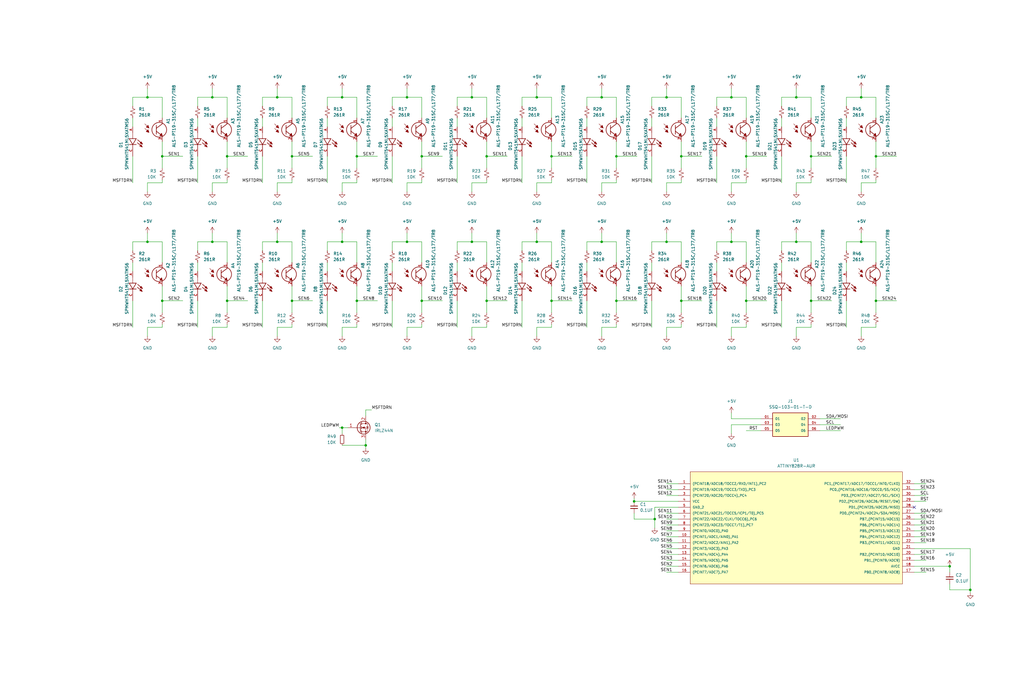
<source format=kicad_sch>
(kicad_sch (version 20211123) (generator eeschema)
  (paper "User" 440.944 294.919)
  (junction (at 181.61 67.31))
  (junction (at 125.73 67.31))
  (junction (at 69.85 129.54))
  (junction (at 175.26 104.14))
  (junction (at 349.25 67.31))
  (junction (at 63.5 41.91))
  (junction (at 91.44 41.91))
  (junction (at 209.55 129.54))
  (junction (at 125.73 129.54))
  (junction (at 175.26 41.91))
  (junction (at 203.2 104.14))
  (junction (at 377.19 129.54))
  (junction (at 265.43 67.31))
  (junction (at 203.2 41.91))
  (junction (at 370.84 104.14))
  (junction (at 273.05 215.9))
  (junction (at 91.44 104.14))
  (junction (at 377.19 67.31))
  (junction (at 119.38 104.14))
  (junction (at 321.31 67.31))
  (junction (at 63.5 104.14))
  (junction (at 293.37 67.31))
  (junction (at 147.32 104.14))
  (junction (at 153.67 129.54))
  (junction (at 147.32 41.91))
  (junction (at 181.61 129.54))
  (junction (at 314.96 104.14))
  (junction (at 314.96 41.91))
  (junction (at 259.08 104.14))
  (junction (at 119.38 41.91))
  (junction (at 237.49 67.31))
  (junction (at 69.85 67.31))
  (junction (at 321.31 129.54))
  (junction (at 342.9 41.91))
  (junction (at 293.37 129.54))
  (junction (at 349.25 129.54))
  (junction (at 157.48 191.77))
  (junction (at 417.83 254))
  (junction (at 408.94 243.84))
  (junction (at 287.02 41.91))
  (junction (at 231.14 104.14))
  (junction (at 287.02 104.14))
  (junction (at 259.08 41.91))
  (junction (at 342.9 104.14))
  (junction (at 281.94 223.52))
  (junction (at 237.49 129.54))
  (junction (at 370.84 41.91))
  (junction (at 97.79 129.54))
  (junction (at 265.43 129.54))
  (junction (at 209.55 67.31))
  (junction (at 147.32 184.15))
  (junction (at 231.14 41.91))
  (junction (at 153.67 67.31))
  (junction (at 97.79 67.31))
  (no_connect (at 393.7 218.44))
  (wire (pts (xy 97.79 50.8) (xy 97.79 41.91)))
  (wire (pts (xy 321.31 139.7) (xy 321.31 140.97)))
  (wire (pts (xy 113.03 50.8) (xy 113.03 54.61)))
  (wire (pts (xy 209.55 60.96) (xy 209.55 67.31)))
  (wire (pts (xy 308.61 67.31) (xy 308.61 78.74)))
  (wire (pts (xy 370.84 100.33) (xy 370.84 104.14)))
  (wire (pts (xy 259.08 38.1) (xy 259.08 41.91)))
  (wire (pts (xy 153.67 41.91) (xy 147.32 41.91)))
  (wire (pts (xy 224.79 41.91) (xy 224.79 45.72)))
  (wire (pts (xy 97.79 140.97) (xy 91.44 140.97)))
  (wire (pts (xy 196.85 113.03) (xy 196.85 116.84)))
  (wire (pts (xy 342.9 41.91) (xy 336.55 41.91)))
  (wire (pts (xy 209.55 139.7) (xy 209.55 140.97)))
  (wire (pts (xy 57.15 129.54) (xy 57.15 140.97)))
  (wire (pts (xy 147.32 104.14) (xy 140.97 104.14)))
  (wire (pts (xy 153.67 50.8) (xy 153.67 41.91)))
  (wire (pts (xy 69.85 50.8) (xy 69.85 41.91)))
  (wire (pts (xy 237.49 67.31) (xy 237.49 72.39)))
  (wire (pts (xy 293.37 67.31) (xy 293.37 72.39)))
  (wire (pts (xy 237.49 67.31) (xy 246.38 67.31)))
  (wire (pts (xy 237.49 41.91) (xy 231.14 41.91)))
  (wire (pts (xy 408.94 254) (xy 417.83 254)))
  (wire (pts (xy 336.55 113.03) (xy 336.55 116.84)))
  (wire (pts (xy 181.61 77.47) (xy 181.61 78.74)))
  (wire (pts (xy 273.05 215.9) (xy 273.05 214.63)))
  (wire (pts (xy 209.55 123.19) (xy 209.55 129.54)))
  (wire (pts (xy 265.43 67.31) (xy 274.32 67.31)))
  (wire (pts (xy 293.37 139.7) (xy 293.37 140.97)))
  (wire (pts (xy 281.94 218.44) (xy 292.1 218.44)))
  (wire (pts (xy 119.38 100.33) (xy 119.38 104.14)))
  (wire (pts (xy 342.9 38.1) (xy 342.9 41.91)))
  (wire (pts (xy 147.32 100.33) (xy 147.32 104.14)))
  (wire (pts (xy 63.5 41.91) (xy 57.15 41.91)))
  (wire (pts (xy 265.43 139.7) (xy 265.43 140.97)))
  (wire (pts (xy 377.19 78.74) (xy 370.84 78.74)))
  (wire (pts (xy 321.31 123.19) (xy 321.31 129.54)))
  (wire (pts (xy 287.02 213.36) (xy 292.1 213.36)))
  (wire (pts (xy 57.15 104.14) (xy 57.15 107.95)))
  (wire (pts (xy 168.91 129.54) (xy 168.91 140.97)))
  (wire (pts (xy 287.02 243.84) (xy 292.1 243.84)))
  (wire (pts (xy 265.43 60.96) (xy 265.43 67.31)))
  (wire (pts (xy 265.43 129.54) (xy 274.32 129.54)))
  (wire (pts (xy 209.55 104.14) (xy 203.2 104.14)))
  (wire (pts (xy 281.94 227.33) (xy 281.94 223.52)))
  (wire (pts (xy 224.79 50.8) (xy 224.79 54.61)))
  (wire (pts (xy 209.55 67.31) (xy 218.44 67.31)))
  (wire (pts (xy 91.44 104.14) (xy 85.09 104.14)))
  (wire (pts (xy 181.61 139.7) (xy 181.61 140.97)))
  (wire (pts (xy 265.43 129.54) (xy 265.43 134.62)))
  (wire (pts (xy 140.97 41.91) (xy 140.97 45.72)))
  (wire (pts (xy 153.67 67.31) (xy 153.67 72.39)))
  (wire (pts (xy 293.37 104.14) (xy 287.02 104.14)))
  (wire (pts (xy 153.67 67.31) (xy 162.56 67.31)))
  (wire (pts (xy 265.43 41.91) (xy 259.08 41.91)))
  (wire (pts (xy 85.09 129.54) (xy 85.09 140.97)))
  (wire (pts (xy 349.25 104.14) (xy 342.9 104.14)))
  (wire (pts (xy 153.67 129.54) (xy 162.56 129.54)))
  (wire (pts (xy 287.02 238.76) (xy 292.1 238.76)))
  (wire (pts (xy 125.73 129.54) (xy 125.73 134.62)))
  (wire (pts (xy 308.61 104.14) (xy 308.61 107.95)))
  (wire (pts (xy 237.49 60.96) (xy 237.49 67.31)))
  (wire (pts (xy 349.25 60.96) (xy 349.25 67.31)))
  (wire (pts (xy 287.02 78.74) (xy 287.02 82.55)))
  (wire (pts (xy 63.5 78.74) (xy 63.5 82.55)))
  (wire (pts (xy 113.03 104.14) (xy 113.03 107.95)))
  (wire (pts (xy 237.49 123.19) (xy 237.49 129.54)))
  (wire (pts (xy 175.26 100.33) (xy 175.26 104.14)))
  (wire (pts (xy 69.85 104.14) (xy 63.5 104.14)))
  (wire (pts (xy 196.85 129.54) (xy 196.85 140.97)))
  (wire (pts (xy 349.25 113.03) (xy 349.25 104.14)))
  (wire (pts (xy 336.55 104.14) (xy 336.55 107.95)))
  (wire (pts (xy 349.25 50.8) (xy 349.25 41.91)))
  (wire (pts (xy 57.15 113.03) (xy 57.15 116.84)))
  (wire (pts (xy 349.25 77.47) (xy 349.25 78.74)))
  (wire (pts (xy 157.48 191.77) (xy 157.48 193.04)))
  (wire (pts (xy 237.49 113.03) (xy 237.49 104.14)))
  (wire (pts (xy 125.73 67.31) (xy 134.62 67.31)))
  (wire (pts (xy 321.31 78.74) (xy 314.96 78.74)))
  (wire (pts (xy 181.61 67.31) (xy 190.5 67.31)))
  (wire (pts (xy 63.5 38.1) (xy 63.5 41.91)))
  (wire (pts (xy 321.31 185.42) (xy 327.66 185.42)))
  (wire (pts (xy 265.43 140.97) (xy 259.08 140.97)))
  (wire (pts (xy 119.38 78.74) (xy 119.38 82.55)))
  (wire (pts (xy 157.48 179.07) (xy 157.48 176.53)))
  (wire (pts (xy 125.73 41.91) (xy 119.38 41.91)))
  (wire (pts (xy 314.96 180.34) (xy 327.66 180.34)))
  (wire (pts (xy 377.19 139.7) (xy 377.19 140.97)))
  (wire (pts (xy 370.84 78.74) (xy 370.84 82.55)))
  (wire (pts (xy 57.15 41.91) (xy 57.15 45.72)))
  (wire (pts (xy 342.9 140.97) (xy 342.9 144.78)))
  (wire (pts (xy 393.7 223.52) (xy 398.78 223.52)))
  (wire (pts (xy 57.15 67.31) (xy 57.15 78.74)))
  (wire (pts (xy 273.05 223.52) (xy 281.94 223.52)))
  (wire (pts (xy 370.84 104.14) (xy 364.49 104.14)))
  (wire (pts (xy 393.7 236.22) (xy 417.83 236.22)))
  (wire (pts (xy 377.19 67.31) (xy 377.19 72.39)))
  (wire (pts (xy 377.19 123.19) (xy 377.19 129.54)))
  (wire (pts (xy 280.67 67.31) (xy 280.67 78.74)))
  (wire (pts (xy 349.25 140.97) (xy 342.9 140.97)))
  (wire (pts (xy 91.44 100.33) (xy 91.44 104.14)))
  (wire (pts (xy 280.67 129.54) (xy 280.67 140.97)))
  (wire (pts (xy 349.25 78.74) (xy 342.9 78.74)))
  (wire (pts (xy 119.38 38.1) (xy 119.38 41.91)))
  (wire (pts (xy 393.7 233.68) (xy 398.78 233.68)))
  (wire (pts (xy 287.02 246.38) (xy 292.1 246.38)))
  (wire (pts (xy 153.67 113.03) (xy 153.67 104.14)))
  (wire (pts (xy 259.08 100.33) (xy 259.08 104.14)))
  (wire (pts (xy 97.79 129.54) (xy 106.68 129.54)))
  (wire (pts (xy 157.48 176.53) (xy 160.02 176.53)))
  (wire (pts (xy 364.49 104.14) (xy 364.49 107.95)))
  (wire (pts (xy 293.37 140.97) (xy 287.02 140.97)))
  (wire (pts (xy 293.37 50.8) (xy 293.37 41.91)))
  (wire (pts (xy 252.73 104.14) (xy 252.73 107.95)))
  (wire (pts (xy 196.85 104.14) (xy 196.85 107.95)))
  (wire (pts (xy 147.32 38.1) (xy 147.32 41.91)))
  (wire (pts (xy 265.43 113.03) (xy 265.43 104.14)))
  (wire (pts (xy 113.03 41.91) (xy 113.03 45.72)))
  (wire (pts (xy 237.49 50.8) (xy 237.49 41.91)))
  (wire (pts (xy 265.43 78.74) (xy 259.08 78.74)))
  (wire (pts (xy 280.67 50.8) (xy 280.67 54.61)))
  (wire (pts (xy 321.31 60.96) (xy 321.31 67.31)))
  (wire (pts (xy 181.61 104.14) (xy 175.26 104.14)))
  (wire (pts (xy 364.49 41.91) (xy 364.49 45.72)))
  (wire (pts (xy 273.05 220.98) (xy 273.05 223.52)))
  (wire (pts (xy 153.67 129.54) (xy 153.67 134.62)))
  (wire (pts (xy 119.38 41.91) (xy 113.03 41.91)))
  (wire (pts (xy 119.38 104.14) (xy 113.03 104.14)))
  (wire (pts (xy 393.7 241.3) (xy 398.78 241.3)))
  (wire (pts (xy 125.73 123.19) (xy 125.73 129.54)))
  (wire (pts (xy 417.83 236.22) (xy 417.83 254)))
  (wire (pts (xy 377.19 140.97) (xy 370.84 140.97)))
  (wire (pts (xy 265.43 104.14) (xy 259.08 104.14)))
  (wire (pts (xy 287.02 236.22) (xy 292.1 236.22)))
  (wire (pts (xy 377.19 67.31) (xy 386.08 67.31)))
  (wire (pts (xy 292.1 215.9) (xy 273.05 215.9)))
  (wire (pts (xy 321.31 50.8) (xy 321.31 41.91)))
  (wire (pts (xy 224.79 129.54) (xy 224.79 140.97)))
  (wire (pts (xy 370.84 38.1) (xy 370.84 41.91)))
  (wire (pts (xy 231.14 38.1) (xy 231.14 41.91)))
  (wire (pts (xy 377.19 77.47) (xy 377.19 78.74)))
  (wire (pts (xy 349.25 129.54) (xy 349.25 134.62)))
  (wire (pts (xy 85.09 50.8) (xy 85.09 54.61)))
  (wire (pts (xy 209.55 77.47) (xy 209.55 78.74)))
  (wire (pts (xy 252.73 41.91) (xy 252.73 45.72)))
  (wire (pts (xy 237.49 77.47) (xy 237.49 78.74)))
  (wire (pts (xy 364.49 113.03) (xy 364.49 116.84)))
  (wire (pts (xy 168.91 50.8) (xy 168.91 54.61)))
  (wire (pts (xy 237.49 78.74) (xy 231.14 78.74)))
  (wire (pts (xy 314.96 182.88) (xy 327.66 182.88)))
  (wire (pts (xy 393.7 243.84) (xy 408.94 243.84)))
  (wire (pts (xy 393.7 226.06) (xy 398.78 226.06)))
  (wire (pts (xy 168.91 41.91) (xy 168.91 45.72)))
  (wire (pts (xy 259.08 41.91) (xy 252.73 41.91)))
  (wire (pts (xy 203.2 100.33) (xy 203.2 104.14)))
  (wire (pts (xy 265.43 77.47) (xy 265.43 78.74)))
  (wire (pts (xy 314.96 41.91) (xy 308.61 41.91)))
  (wire (pts (xy 287.02 231.14) (xy 292.1 231.14)))
  (wire (pts (xy 308.61 113.03) (xy 308.61 116.84)))
  (wire (pts (xy 203.2 104.14) (xy 196.85 104.14)))
  (wire (pts (xy 153.67 77.47) (xy 153.67 78.74)))
  (wire (pts (xy 293.37 129.54) (xy 302.26 129.54)))
  (wire (pts (xy 209.55 129.54) (xy 218.44 129.54)))
  (wire (pts (xy 265.43 123.19) (xy 265.43 129.54)))
  (wire (pts (xy 293.37 77.47) (xy 293.37 78.74)))
  (wire (pts (xy 252.73 50.8) (xy 252.73 54.61)))
  (wire (pts (xy 393.7 238.76) (xy 398.78 238.76)))
  (wire (pts (xy 408.94 251.46) (xy 408.94 254)))
  (wire (pts (xy 281.94 218.44) (xy 281.94 223.52)))
  (wire (pts (xy 265.43 67.31) (xy 265.43 72.39)))
  (wire (pts (xy 259.08 104.14) (xy 252.73 104.14)))
  (wire (pts (xy 287.02 41.91) (xy 280.67 41.91)))
  (wire (pts (xy 314.96 140.97) (xy 314.96 144.78)))
  (wire (pts (xy 321.31 129.54) (xy 330.2 129.54)))
  (wire (pts (xy 196.85 50.8) (xy 196.85 54.61)))
  (wire (pts (xy 349.25 139.7) (xy 349.25 140.97)))
  (wire (pts (xy 209.55 78.74) (xy 203.2 78.74)))
  (wire (pts (xy 125.73 129.54) (xy 134.62 129.54)))
  (wire (pts (xy 168.91 67.31) (xy 168.91 78.74)))
  (wire (pts (xy 364.49 129.54) (xy 364.49 140.97)))
  (wire (pts (xy 287.02 233.68) (xy 292.1 233.68)))
  (wire (pts (xy 125.73 104.14) (xy 119.38 104.14)))
  (wire (pts (xy 231.14 104.14) (xy 224.79 104.14)))
  (wire (pts (xy 393.7 213.36) (xy 398.78 213.36)))
  (wire (pts (xy 175.26 41.91) (xy 168.91 41.91)))
  (wire (pts (xy 97.79 67.31) (xy 106.68 67.31)))
  (wire (pts (xy 69.85 78.74) (xy 63.5 78.74)))
  (wire (pts (xy 314.96 38.1) (xy 314.96 41.91)))
  (wire (pts (xy 377.19 104.14) (xy 370.84 104.14)))
  (wire (pts (xy 63.5 104.14) (xy 57.15 104.14)))
  (wire (pts (xy 224.79 113.03) (xy 224.79 116.84)))
  (wire (pts (xy 287.02 228.6) (xy 292.1 228.6)))
  (wire (pts (xy 321.31 41.91) (xy 314.96 41.91)))
  (wire (pts (xy 113.03 67.31) (xy 113.03 78.74)))
  (wire (pts (xy 321.31 67.31) (xy 321.31 72.39)))
  (wire (pts (xy 147.32 184.15) (xy 147.32 186.69)))
  (wire (pts (xy 287.02 140.97) (xy 287.02 144.78)))
  (wire (pts (xy 231.14 78.74) (xy 231.14 82.55)))
  (wire (pts (xy 69.85 67.31) (xy 69.85 72.39)))
  (wire (pts (xy 377.19 113.03) (xy 377.19 104.14)))
  (wire (pts (xy 377.19 129.54) (xy 377.19 134.62)))
  (wire (pts (xy 203.2 41.91) (xy 196.85 41.91)))
  (wire (pts (xy 69.85 140.97) (xy 63.5 140.97)))
  (wire (pts (xy 181.61 41.91) (xy 175.26 41.91)))
  (wire (pts (xy 293.37 123.19) (xy 293.37 129.54)))
  (wire (pts (xy 259.08 140.97) (xy 259.08 144.78)))
  (wire (pts (xy 336.55 41.91) (xy 336.55 45.72)))
  (wire (pts (xy 97.79 113.03) (xy 97.79 104.14)))
  (wire (pts (xy 181.61 50.8) (xy 181.61 41.91)))
  (wire (pts (xy 175.26 38.1) (xy 175.26 41.91)))
  (wire (pts (xy 349.25 67.31) (xy 349.25 72.39)))
  (wire (pts (xy 69.85 129.54) (xy 69.85 134.62)))
  (wire (pts (xy 353.06 185.42) (xy 361.95 185.42)))
  (wire (pts (xy 349.25 41.91) (xy 342.9 41.91)))
  (wire (pts (xy 69.85 123.19) (xy 69.85 129.54)))
  (wire (pts (xy 119.38 140.97) (xy 119.38 144.78)))
  (wire (pts (xy 181.61 129.54) (xy 190.5 129.54)))
  (wire (pts (xy 252.73 129.54) (xy 252.73 140.97)))
  (wire (pts (xy 231.14 140.97) (xy 231.14 144.78)))
  (wire (pts (xy 97.79 129.54) (xy 97.79 134.62)))
  (wire (pts (xy 69.85 60.96) (xy 69.85 67.31)))
  (wire (pts (xy 308.61 50.8) (xy 308.61 54.61)))
  (wire (pts (xy 321.31 77.47) (xy 321.31 78.74)))
  (wire (pts (xy 224.79 104.14) (xy 224.79 107.95)))
  (wire (pts (xy 349.25 123.19) (xy 349.25 129.54)))
  (wire (pts (xy 153.67 139.7) (xy 153.67 140.97)))
  (wire (pts (xy 308.61 129.54) (xy 308.61 140.97)))
  (wire (pts (xy 349.25 129.54) (xy 358.14 129.54)))
  (wire (pts (xy 209.55 113.03) (xy 209.55 104.14)))
  (wire (pts (xy 209.55 140.97) (xy 203.2 140.97)))
  (wire (pts (xy 393.7 215.9) (xy 398.78 215.9)))
  (wire (pts (xy 85.09 41.91) (xy 85.09 45.72)))
  (wire (pts (xy 393.7 228.6) (xy 398.78 228.6)))
  (wire (pts (xy 147.32 78.74) (xy 147.32 82.55)))
  (wire (pts (xy 85.09 113.03) (xy 85.09 116.84)))
  (wire (pts (xy 97.79 67.31) (xy 97.79 72.39)))
  (wire (pts (xy 97.79 139.7) (xy 97.79 140.97)))
  (wire (pts (xy 252.73 113.03) (xy 252.73 116.84)))
  (wire (pts (xy 237.49 139.7) (xy 237.49 140.97)))
  (wire (pts (xy 287.02 220.98) (xy 292.1 220.98)))
  (wire (pts (xy 153.67 104.14) (xy 147.32 104.14)))
  (wire (pts (xy 370.84 41.91) (xy 364.49 41.91)))
  (wire (pts (xy 97.79 123.19) (xy 97.79 129.54)))
  (wire (pts (xy 63.5 100.33) (xy 63.5 104.14)))
  (wire (pts (xy 140.97 67.31) (xy 140.97 78.74)))
  (wire (pts (xy 97.79 78.74) (xy 91.44 78.74)))
  (wire (pts (xy 85.09 67.31) (xy 85.09 78.74)))
  (wire (pts (xy 393.7 246.38) (xy 398.78 246.38)))
  (wire (pts (xy 147.32 140.97) (xy 147.32 144.78)))
  (wire (pts (xy 203.2 78.74) (xy 203.2 82.55)))
  (wire (pts (xy 168.91 104.14) (xy 168.91 107.95)))
  (wire (pts (xy 97.79 41.91) (xy 91.44 41.91)))
  (wire (pts (xy 314.96 180.34) (xy 314.96 177.8)))
  (wire (pts (xy 393.7 210.82) (xy 398.78 210.82)))
  (wire (pts (xy 97.79 77.47) (xy 97.79 78.74)))
  (wire (pts (xy 314.96 182.88) (xy 314.96 186.69)))
  (wire (pts (xy 57.15 50.8) (xy 57.15 54.61)))
  (wire (pts (xy 287.02 241.3) (xy 292.1 241.3)))
  (wire (pts (xy 203.2 140.97) (xy 203.2 144.78)))
  (wire (pts (xy 364.49 67.31) (xy 364.49 78.74)))
  (wire (pts (xy 85.09 104.14) (xy 85.09 107.95)))
  (wire (pts (xy 209.55 67.31) (xy 209.55 72.39)))
  (wire (pts (xy 287.02 38.1) (xy 287.02 41.91)))
  (wire (pts (xy 377.19 129.54) (xy 386.08 129.54)))
  (wire (pts (xy 237.49 104.14) (xy 231.14 104.14)))
  (wire (pts (xy 231.14 100.33) (xy 231.14 104.14)))
  (wire (pts (xy 125.73 139.7) (xy 125.73 140.97)))
  (wire (pts (xy 209.55 129.54) (xy 209.55 134.62)))
  (wire (pts (xy 181.61 123.19) (xy 181.61 129.54)))
  (wire (pts (xy 342.9 100.33) (xy 342.9 104.14)))
  (wire (pts (xy 417.83 255.27) (xy 417.83 254)))
  (wire (pts (xy 125.73 67.31) (xy 125.73 72.39)))
  (wire (pts (xy 314.96 104.14) (xy 308.61 104.14)))
  (wire (pts (xy 175.26 104.14) (xy 168.91 104.14)))
  (wire (pts (xy 342.9 104.14) (xy 336.55 104.14)))
  (wire (pts (xy 353.06 180.34) (xy 361.95 180.34)))
  (wire (pts (xy 140.97 104.14) (xy 140.97 107.95)))
  (wire (pts (xy 321.31 67.31) (xy 330.2 67.31)))
  (wire (pts (xy 168.91 113.03) (xy 168.91 116.84)))
  (wire (pts (xy 153.67 140.97) (xy 147.32 140.97)))
  (wire (pts (xy 196.85 41.91) (xy 196.85 45.72)))
  (wire (pts (xy 125.73 77.47) (xy 125.73 78.74)))
  (wire (pts (xy 287.02 208.28) (xy 292.1 208.28)))
  (wire (pts (xy 265.43 50.8) (xy 265.43 41.91)))
  (wire (pts (xy 393.7 208.28) (xy 398.78 208.28)))
  (wire (pts (xy 153.67 78.74) (xy 147.32 78.74)))
  (wire (pts (xy 147.32 191.77) (xy 157.48 191.77)))
  (wire (pts (xy 280.67 104.14) (xy 280.67 107.95)))
  (wire (pts (xy 259.08 78.74) (xy 259.08 82.55)))
  (wire (pts (xy 393.7 231.14) (xy 398.78 231.14)))
  (wire (pts (xy 125.73 60.96) (xy 125.73 67.31)))
  (wire (pts (xy 181.61 78.74) (xy 175.26 78.74)))
  (wire (pts (xy 147.32 184.15) (xy 149.86 184.15)))
  (wire (pts (xy 287.02 226.06) (xy 292.1 226.06)))
  (wire (pts (xy 181.61 129.54) (xy 181.61 134.62)))
  (wire (pts (xy 69.85 139.7) (xy 69.85 140.97)))
  (wire (pts (xy 287.02 210.82) (xy 292.1 210.82)))
  (wire (pts (xy 293.37 41.91) (xy 287.02 41.91)))
  (wire (pts (xy 69.85 113.03) (xy 69.85 104.14)))
  (wire (pts (xy 408.94 243.84) (xy 408.94 246.38)))
  (wire (pts (xy 336.55 50.8) (xy 336.55 54.61)))
  (wire (pts (xy 287.02 223.52) (xy 292.1 223.52)))
  (wire (pts (xy 321.31 104.14) (xy 314.96 104.14)))
  (wire (pts (xy 314.96 100.33) (xy 314.96 104.14)))
  (wire (pts (xy 153.67 60.96) (xy 153.67 67.31)))
  (wire (pts (xy 181.61 140.97) (xy 175.26 140.97)))
  (wire (pts (xy 113.03 129.54) (xy 113.03 140.97)))
  (wire (pts (xy 370.84 140.97) (xy 370.84 144.78)))
  (wire (pts (xy 377.19 50.8) (xy 377.19 41.91)))
  (wire (pts (xy 314.96 78.74) (xy 314.96 82.55)))
  (wire (pts (xy 146.05 184.15) (xy 147.32 184.15)))
  (wire (pts (xy 287.02 104.14) (xy 280.67 104.14)))
  (wire (pts (xy 377.19 41.91) (xy 370.84 41.91)))
  (wire (pts (xy 224.79 67.31) (xy 224.79 78.74)))
  (wire (pts (xy 181.61 67.31) (xy 181.61 72.39)))
  (wire (pts (xy 140.97 50.8) (xy 140.97 54.61)))
  (wire (pts (xy 293.37 60.96) (xy 293.37 67.31)))
  (wire (pts (xy 321.31 140.97) (xy 314.96 140.97)))
  (wire (pts (xy 321.31 113.03) (xy 321.31 104.14)))
  (wire (pts (xy 377.19 60.96) (xy 377.19 67.31)))
  (wire (pts (xy 97.79 104.14) (xy 91.44 104.14)))
  (wire (pts (xy 237.49 140.97) (xy 231.14 140.97)))
  (wire (pts (xy 140.97 113.03) (xy 140.97 116.84)))
  (wire (pts (xy 69.85 77.47) (xy 69.85 78.74)))
  (wire (pts (xy 287.02 100.33) (xy 287.02 104.14)))
  (wire (pts (xy 125.73 50.8) (xy 125.73 41.91)))
  (wire (pts (xy 353.06 182.88) (xy 361.95 182.88)))
  (wire (pts (xy 196.85 67.31) (xy 196.85 78.74)))
  (wire (pts (xy 125.73 78.74) (xy 119.38 78.74)))
  (wire (pts (xy 203.2 38.1) (xy 203.2 41.91)))
  (wire (pts (xy 63.5 140.97) (xy 63.5 144.78)))
  (wire (pts (xy 175.26 140.97) (xy 175.26 144.78)))
  (wire (pts (xy 280.67 113.03) (xy 280.67 116.84)))
  (wire (pts (xy 237.49 129.54) (xy 246.38 129.54)))
  (wire (pts (xy 140.97 129.54) (xy 140.97 140.97)))
  (wire (pts (xy 349.25 67.31) (xy 358.14 67.31)))
  (wire (pts (xy 113.03 113.03) (xy 113.03 116.84)))
  (wire (pts (xy 157.48 189.23) (xy 157.48 191.77)))
  (wire (pts (xy 181.61 113.03) (xy 181.61 104.14)))
  (wire (pts (xy 97.79 60.96) (xy 97.79 67.31)))
  (wire (pts (xy 231.14 41.91) (xy 224.79 41.91)))
  (wire (pts (xy 336.55 129.54) (xy 336.55 140.97)))
  (wire (pts (xy 393.7 220.98) (xy 398.78 220.98)))
  (wire (pts (xy 321.31 129.54) (xy 321.31 134.62)))
  (wire (pts (xy 69.85 41.91) (xy 63.5 41.91)))
  (wire (pts (xy 252.73 67.31) (xy 252.73 78.74)))
  (wire (pts (xy 293.37 129.54) (xy 293.37 134.62)))
  (wire (pts (xy 280.67 41.91) (xy 280.67 45.72)))
  (wire (pts (xy 125.73 140.97) (xy 119.38 140.97)))
  (wire (pts (xy 91.44 38.1) (xy 91.44 41.91)))
  (wire (pts (xy 209.55 50.8) (xy 209.55 41.91)))
  (wire (pts (xy 175.26 78.74) (xy 175.26 82.55)))
  (wire (pts (xy 293.37 67.31) (xy 302.26 67.31)))
  (wire (pts (xy 153.67 123.19) (xy 153.67 129.54)))
  (wire (pts (xy 293.37 78.74) (xy 287.02 78.74)))
  (wire (pts (xy 69.85 67.31) (xy 78.74 67.31)))
  (wire (pts (xy 91.44 41.91) (xy 85.09 41.91)))
  (wire (pts (xy 308.61 41.91) (xy 308.61 45.72)))
  (wire (pts (xy 91.44 140.97) (xy 91.44 144.78)))
  (wire (pts (xy 209.55 41.91) (xy 203.2 41.91)))
  (wire (pts (xy 237.49 129.54) (xy 237.49 134.62)))
  (wire (pts (xy 336.55 67.31) (xy 336.55 78.74)))
  (wire (pts (xy 364.49 50.8) (xy 364.49 54.61)))
  (wire (pts (xy 91.44 78.74) (xy 91.44 82.55)))
  (wire (pts (xy 342.9 78.74) (xy 342.9 82.55)))
  (wire (pts (xy 147.32 41.91) (xy 140.97 41.91)))
  (wire (pts (xy 125.73 113.03) (xy 125.73 104.14)))
  (wire (pts (xy 181.61 60.96) (xy 181.61 67.31)))
  (wire (pts (xy 293.37 113.03) (xy 293.37 104.14)))
  (wire (pts (xy 69.85 129.54) (xy 78.74 129.54)))
  (label "SEN20" (at 323.85 129.54 0))
  (label "SEN24" (at 379.73 129.54 0))
  (label "SEN19" (at 396.24 231.14 0))
  (label "SEN16" (at 267.97 129.54 0))
  (label "MSFTDRN" (at 224.79 140.97 180))
  (label "MSFTDRN" (at 85.09 140.97 180))
  (label "SEN16" (at 396.24 241.3 0))
  (label "SEN13" (at 289.4717 210.82 180))
  (label "SEN10" (at 289.56 223.52 180))
  (label "SEN9" (at 184.15 67.31 0))
  (label "MSFTDRN" (at 224.79 78.74 180))
  (label "SEN12" (at 289.4717 213.36 180))
  (label "SEN4" (at 289.56 238.76 180))
  (label "SEN2" (at 72.39 129.54 0))
  (label "SEN18" (at 295.91 129.54 0))
  (label "SEN14" (at 289.4717 208.28 180))
  (label "SEN8" (at 289.56 228.6 180))
  (label "SEN1" (at 289.56 246.38 180))
  (label "SEN4" (at 100.33 129.54 0))
  (label "MSFTDRN" (at 196.85 78.74 180))
  (label "SEN10" (at 184.15 129.54 0))
  (label "SEN7" (at 289.56 231.14 180))
  (label "SEN20" (at 396.24 228.6 0))
  (label "MSFTDRN" (at 57.15 140.97 180))
  (label "SEN5" (at 289.56 236.22 180))
  (label "MSFTDRN" (at 113.03 140.97 180))
  (label "SEN17" (at 396.24 238.76 0))
  (label "RST" (at 396.24 215.9 0))
  (label "SEN22" (at 396.24 223.52 0))
  (label "SEN15" (at 267.97 67.31 0))
  (label "MSFTDRN" (at 364.49 140.97 180))
  (label "SDA{slash}MOSI" (at 355.6 180.34 0))
  (label "SEN19" (at 323.85 67.31 0))
  (label "SEN13" (at 240.03 67.31 0))
  (label "SEN2" (at 289.56 243.84 180))
  (label "RST" (at 322.58 185.42 0))
  (label "SEN12" (at 212.09 129.54 0))
  (label "SEN3" (at 100.33 67.31 0))
  (label "SEN24" (at 396.24 208.28 0))
  (label "MSFTDRN" (at 113.03 78.74 180))
  (label "SEN15" (at 396.24 246.38 0))
  (label "SEN3" (at 289.56 241.3 180))
  (label "MSFTDRN" (at 85.09 78.74 180))
  (label "SDA{slash}MOSI" (at 396.24 220.98 0))
  (label "LEDPWM" (at 146.05 184.15 180))
  (label "MSFTDRN" (at 140.97 78.74 180))
  (label "SEN21" (at 396.24 226.06 0))
  (label "MSFTDRN" (at 308.61 78.74 180))
  (label "MSFTDRN" (at 336.55 78.74 180))
  (label "MSFTDRN" (at 160.02 176.53 0))
  (label "SEN7" (at 156.21 67.31 0))
  (label "MSFTDRN" (at 336.55 140.97 180))
  (label "SEN23" (at 379.73 67.31 0))
  (label "MSFTDRN" (at 252.73 140.97 180))
  (label "MSFTDRN" (at 364.49 78.74 180))
  (label "SEN1" (at 72.39 67.31 0))
  (label "SEN8" (at 156.21 129.54 0))
  (label "SEN6" (at 289.56 233.68 180))
  (label "SCL" (at 355.6 182.88 0))
  (label "SEN11" (at 289.56 220.98 180))
  (label "MSFTDRN" (at 168.91 78.74 180))
  (label "MSFTDRN" (at 280.67 140.97 180))
  (label "SEN5" (at 128.27 67.31 0))
  (label "SEN6" (at 128.27 129.54 0))
  (label "MSFTDRN" (at 168.91 140.97 180))
  (label "MSFTDRN" (at 140.97 140.97 180))
  (label "MSFTDRN" (at 252.73 78.74 180))
  (label "SCL" (at 396.24 213.36 0))
  (label "SEN17" (at 295.91 67.31 0))
  (label "SEN22" (at 351.79 129.54 0))
  (label "SEN18" (at 396.24 233.68 0))
  (label "SEN14" (at 240.03 129.54 0))
  (label "MSFTDRN" (at 196.85 140.97 180))
  (label "LEDPWM" (at 355.6 185.42 0))
  (label "MSFTDRN" (at 280.67 78.74 180))
  (label "SEN9" (at 289.56 226.06 180))
  (label "MSFTDRN" (at 308.61 140.97 180))
  (label "SEN11" (at 212.09 67.31 0))
  (label "MSFTDRN" (at 57.15 78.74 180))
  (label "SEN21" (at 351.79 67.31 0))
  (label "SEN23" (at 396.24 210.82 0))
  (symbol (lib_id "power:+5V") (at 91.44 38.1 0) (unit 1)
    (property "Reference" "#PWR05" (effects hide))
    (property "Value" "+5V" (at 91.44 33.02 0))
  )
  (symbol (lib_id "SPMWHT541ML5XATMS6:SPMWHT541ML5XATMS6") (at 140.97 124.46 270) (unit 1)
    (property "Reference" "D8" (at 135.89 123.19 0) (effects (justify left)))
    (property "Value" "SPMWHT541ML5XATMS6" (at 138.43 113.03 0) (effects (justify left)))
    (property "Footprint" "SPMWHT541ML5XATMS6:LED_SPMWHT541MP5WAPKS4" (effects hide))
    (property "MAXIMUM_PACKAGE_HEIGHT" "0.8mm" (effects hide))
    (property "PARTREV" "8.3" (effects hide))
    (property "MANUFACTURER" "Samsung Semiconductor," (effects hide))
    (property "STANDARD" "Manufacturer Recommendations" (effects hide))
  )
  (symbol (lib_id "Device:R_Small_US") (at 140.97 110.49 0) (unit 1)
    (property "Reference" "R14" (at 143.51 109.2199 0) (effects (justify left)))
    (property "Value" "261R" (at 143.51 111.7599 0) (effects (justify left)))
    (property "Footprint" "Resistor_SMD:R_0805_2012Metric_Pad1.20x1.40mm_HandSolder" (effects hide))
  )
  (symbol (lib_id "ALS-PT19-315C_L177_TR8:ALS-PT19-315C{slash}L177{slash}TR8") (at 374.65 118.11 0) (unit 1)
    (property "Reference" "A24" (at 379.73 115.57 90) (effects (justify left)))
    (property "Value" "ALS-PT19-315C/L177/TR8" (at 382.27 125.73 90) (effects (justify left)))
    (property "Footprint" "ALS-PT19-315C_L177_TR8:XDCR_ALS-PT19-315C_L177_TR8" (effects hide))
    (property "MAXIMUM_PACKAGE_HEIGHT" "0.7 mm" (effects hide))
    (property "STANDARD" "Manufacturer Recommendations" (effects hide))
    (property "PARTREV" "5" (effects hide))
    (property "MANUFACTURER" "Everlight" (effects hide))
  )
  (symbol (lib_id "power:GND") (at 63.5 82.55 0) (unit 1)
    (property "Reference" "#PWR02" (effects hide))
    (property "Value" "GND" (at 63.5 87.63 0))
  )
  (symbol (lib_id "Device:R_Small_US") (at 57.15 48.26 0) (unit 1)
    (property "Reference" "R1" (at 59.69 46.9899 0) (effects (justify left)))
    (property "Value" "261R" (at 59.69 49.5299 0) (effects (justify left)))
    (property "Footprint" "Resistor_SMD:R_0805_2012Metric_Pad1.20x1.40mm_HandSolder" (effects hide))
  )
  (symbol (lib_id "Device:R_Small_US") (at 321.31 137.16 0) (mirror x) (unit 1)
    (property "Reference" "R40" (at 318.77 135.8899 0) (effects (justify right)))
    (property "Value" "10K" (at 318.77 138.4299 0) (effects (justify right)))
    (property "Footprint" "Resistor_SMD:R_0805_2012Metric_Pad1.20x1.40mm_HandSolder" (effects hide))
  )
  (symbol (lib_id "Device:R_Small_US") (at 209.55 137.16 0) (mirror x) (unit 1)
    (property "Reference" "R24" (at 207.01 135.8899 0) (effects (justify right)))
    (property "Value" "10K" (at 207.01 138.4299 0) (effects (justify right)))
    (property "Footprint" "Resistor_SMD:R_0805_2012Metric_Pad1.20x1.40mm_HandSolder" (effects hide))
  )
  (symbol (lib_id "Device:R_Small_US") (at 280.67 48.26 0) (unit 1)
    (property "Reference" "R33" (at 283.21 46.9899 0) (effects (justify left)))
    (property "Value" "261R" (at 283.21 49.5299 0) (effects (justify left)))
    (property "Footprint" "Resistor_SMD:R_0805_2012Metric_Pad1.20x1.40mm_HandSolder" (effects hide))
  )
  (symbol (lib_id "power:GND") (at 342.9 82.55 0) (unit 1)
    (property "Reference" "#PWR046" (effects hide))
    (property "Value" "GND" (at 342.9 87.63 0))
  )
  (symbol (lib_id "Device:R_Small_US") (at 196.85 110.49 0) (unit 1)
    (property "Reference" "R22" (at 199.39 109.2199 0) (effects (justify left)))
    (property "Value" "261R" (at 199.39 111.7599 0) (effects (justify left)))
    (property "Footprint" "Resistor_SMD:R_0805_2012Metric_Pad1.20x1.40mm_HandSolder" (effects hide))
  )
  (symbol (lib_id "power:+5V") (at 259.08 38.1 0) (unit 1)
    (property "Reference" "#PWR029" (effects hide))
    (property "Value" "+5V" (at 259.08 33.02 0))
  )
  (symbol (lib_id "Transistor_FET:IRLZ44N") (at 154.94 184.15 0) (unit 1)
    (property "Reference" "Q1" (at 161.29 182.8799 0) (effects (justify left)))
    (property "Value" "IRLZ44N" (at 161.29 185.4199 0) (effects (justify left)))
    (property "Footprint" "Package_TO_SOT_THT:TO-220-3_Vertical" (effects hide))
    (property "Datasheet" "http://www.irf.com/product-info/datasheets/data/irlz44n.pdf" (effects hide))
  )
  (symbol (lib_id "Device:R_Small_US") (at 237.49 74.93 0) (mirror x) (unit 1)
    (property "Reference" "R27" (at 234.95 73.6599 0) (effects (justify right)))
    (property "Value" "10K" (at 234.95 76.1999 0) (effects (justify right)))
    (property "Footprint" "Resistor_SMD:R_0805_2012Metric_Pad1.20x1.40mm_HandSolder" (effects hide))
  )
  (symbol (lib_id "power:GND") (at 281.94 227.33 0) (unit 1)
    (property "Reference" "#PWR038" (effects hide))
    (property "Value" "GND" (at 281.94 232.41 0))
  )
  (symbol (lib_id "power:GND") (at 119.38 82.55 0) (unit 1)
    (property "Reference" "#PWR010" (effects hide))
    (property "Value" "GND" (at 119.38 87.63 0))
  )
  (symbol (lib_id "SPMWHT541ML5XATMS6:SPMWHT541ML5XATMS6") (at 57.15 62.23 270) (unit 1)
    (property "Reference" "D1" (at 52.07 60.96 0) (effects (justify left)))
    (property "Value" "SPMWHT541ML5XATMS6" (at 54.61 50.8 0) (effects (justify left)))
    (property "Footprint" "SPMWHT541ML5XATMS6:LED_SPMWHT541MP5WAPKS4" (effects hide))
    (property "MAXIMUM_PACKAGE_HEIGHT" "0.8mm" (effects hide))
    (property "PARTREV" "8.3" (effects hide))
    (property "MANUFACTURER" "Samsung Semiconductor," (effects hide))
    (property "STANDARD" "Manufacturer Recommendations" (effects hide))
  )
  (symbol (lib_id "Device:R_Small_US") (at 308.61 110.49 0) (unit 1)
    (property "Reference" "R38" (at 311.15 109.2199 0) (effects (justify left)))
    (property "Value" "261R" (at 311.15 111.7599 0) (effects (justify left)))
    (property "Footprint" "Resistor_SMD:R_0805_2012Metric_Pad1.20x1.40mm_HandSolder" (effects hide))
  )
  (symbol (lib_id "power:+5V") (at 175.26 100.33 0) (unit 1)
    (property "Reference" "#PWR019" (effects hide))
    (property "Value" "+5V" (at 175.26 95.25 0))
  )
  (symbol (lib_id "Device:R_Small_US") (at 125.73 74.93 0) (mirror x) (unit 1)
    (property "Reference" "R11" (at 123.19 73.6599 0) (effects (justify right)))
    (property "Value" "10K" (at 123.19 76.1999 0) (effects (justify right)))
    (property "Footprint" "Resistor_SMD:R_0805_2012Metric_Pad1.20x1.40mm_HandSolder" (effects hide))
  )
  (symbol (lib_id "power:GND") (at 314.96 144.78 0) (unit 1)
    (property "Reference" "#PWR042" (effects hide))
    (property "Value" "GND" (at 314.96 149.86 0))
  )
  (symbol (lib_id "Device:R_Small_US") (at 125.73 137.16 0) (mirror x) (unit 1)
    (property "Reference" "R12" (at 123.19 135.8899 0) (effects (justify right)))
    (property "Value" "10K" (at 123.19 138.4299 0) (effects (justify right)))
    (property "Footprint" "Resistor_SMD:R_0805_2012Metric_Pad1.20x1.40mm_HandSolder" (effects hide))
  )
  (symbol (lib_id "power:GND") (at 231.14 144.78 0) (unit 1)
    (property "Reference" "#PWR028" (effects hide))
    (property "Value" "GND" (at 231.14 149.86 0))
  )
  (symbol (lib_id "ALS-PT19-315C_L177_TR8:ALS-PT19-315C{slash}L177{slash}TR8") (at 290.83 118.11 0) (unit 1)
    (property "Reference" "A18" (at 295.91 115.57 90) (effects (justify left)))
    (property "Value" "ALS-PT19-315C/L177/TR8" (at 298.45 125.73 90) (effects (justify left)))
    (property "Footprint" "ALS-PT19-315C_L177_TR8:XDCR_ALS-PT19-315C_L177_TR8" (effects hide))
    (property "MAXIMUM_PACKAGE_HEIGHT" "0.7 mm" (effects hide))
    (property "STANDARD" "Manufacturer Recommendations" (effects hide))
    (property "PARTREV" "5" (effects hide))
    (property "MANUFACTURER" "Everlight" (effects hide))
  )
  (symbol (lib_id "ALS-PT19-315C_L177_TR8:ALS-PT19-315C{slash}L177{slash}TR8") (at 318.77 118.11 0) (unit 1)
    (property "Reference" "A20" (at 323.85 115.57 90) (effects (justify left)))
    (property "Value" "ALS-PT19-315C/L177/TR8" (at 326.39 125.73 90) (effects (justify left)))
    (property "Footprint" "ALS-PT19-315C_L177_TR8:XDCR_ALS-PT19-315C_L177_TR8" (effects hide))
    (property "MAXIMUM_PACKAGE_HEIGHT" "0.7 mm" (effects hide))
    (property "STANDARD" "Manufacturer Recommendations" (effects hide))
    (property "PARTREV" "5" (effects hide))
    (property "MANUFACTURER" "Everlight" (effects hide))
  )
  (symbol (lib_id "SPMWHT541ML5XATMS6:SPMWHT541ML5XATMS6") (at 168.91 62.23 270) (unit 1)
    (property "Reference" "D9" (at 163.83 60.96 0) (effects (justify left)))
    (property "Value" "SPMWHT541ML5XATMS6" (at 166.37 50.8 0) (effects (justify left)))
    (property "Footprint" "SPMWHT541ML5XATMS6:LED_SPMWHT541MP5WAPKS4" (effects hide))
    (property "MAXIMUM_PACKAGE_HEIGHT" "0.8mm" (effects hide))
    (property "PARTREV" "8.3" (effects hide))
    (property "MANUFACTURER" "Samsung Semiconductor," (effects hide))
    (property "STANDARD" "Manufacturer Recommendations" (effects hide))
  )
  (symbol (lib_id "power:GND") (at 147.32 144.78 0) (unit 1)
    (property "Reference" "#PWR016" (effects hide))
    (property "Value" "GND" (at 147.32 149.86 0))
  )
  (symbol (lib_id "SPMWHT541ML5XATMS6:SPMWHT541ML5XATMS6") (at 364.49 62.23 270) (unit 1)
    (property "Reference" "D23" (at 359.41 60.96 0) (effects (justify left)))
    (property "Value" "SPMWHT541ML5XATMS6" (at 361.95 50.8 0) (effects (justify left)))
    (property "Footprint" "SPMWHT541ML5XATMS6:LED_SPMWHT541MP5WAPKS4" (effects hide))
    (property "MAXIMUM_PACKAGE_HEIGHT" "0.8mm" (effects hide))
    (property "PARTREV" "8.3" (effects hide))
    (property "MANUFACTURER" "Samsung Semiconductor," (effects hide))
    (property "STANDARD" "Manufacturer Recommendations" (effects hide))
  )
  (symbol (lib_id "Device:R_Small_US") (at 265.43 74.93 0) (mirror x) (unit 1)
    (property "Reference" "R31" (at 262.89 73.6599 0) (effects (justify right)))
    (property "Value" "10K" (at 262.89 76.1999 0) (effects (justify right)))
    (property "Footprint" "Resistor_SMD:R_0805_2012Metric_Pad1.20x1.40mm_HandSolder" (effects hide))
  )
  (symbol (lib_id "Device:R_Small_US") (at 113.03 110.49 0) (unit 1)
    (property "Reference" "R10" (at 115.57 109.2199 0) (effects (justify left)))
    (property "Value" "261R" (at 115.57 111.7599 0) (effects (justify left)))
    (property "Footprint" "Resistor_SMD:R_0805_2012Metric_Pad1.20x1.40mm_HandSolder" (effects hide))
  )
  (symbol (lib_id "ALS-PT19-315C_L177_TR8:ALS-PT19-315C{slash}L177{slash}TR8") (at 234.95 118.11 0) (unit 1)
    (property "Reference" "A14" (at 240.03 115.57 90) (effects (justify left)))
    (property "Value" "ALS-PT19-315C/L177/TR8" (at 242.57 125.73 90) (effects (justify left)))
    (property "Footprint" "ALS-PT19-315C_L177_TR8:XDCR_ALS-PT19-315C_L177_TR8" (effects hide))
    (property "MAXIMUM_PACKAGE_HEIGHT" "0.7 mm" (effects hide))
    (property "STANDARD" "Manufacturer Recommendations" (effects hide))
    (property "PARTREV" "5" (effects hide))
    (property "MANUFACTURER" "Everlight" (effects hide))
  )
  (symbol (lib_id "Device:R_Small_US") (at 364.49 110.49 0) (unit 1)
    (property "Reference" "R46" (at 367.03 109.2199 0) (effects (justify left)))
    (property "Value" "261R" (at 367.03 111.7599 0) (effects (justify left)))
    (property "Footprint" "Resistor_SMD:R_0805_2012Metric_Pad1.20x1.40mm_HandSolder" (effects hide))
  )
  (symbol (lib_id "ALS-PT19-315C_L177_TR8:ALS-PT19-315C{slash}L177{slash}TR8") (at 262.89 118.11 0) (unit 1)
    (property "Reference" "A16" (at 267.97 115.57 90) (effects (justify left)))
    (property "Value" "ALS-PT19-315C/L177/TR8" (at 270.51 125.73 90) (effects (justify left)))
    (property "Footprint" "ALS-PT19-315C_L177_TR8:XDCR_ALS-PT19-315C_L177_TR8" (effects hide))
    (property "MAXIMUM_PACKAGE_HEIGHT" "0.7 mm" (effects hide))
    (property "STANDARD" "Manufacturer Recommendations" (effects hide))
    (property "PARTREV" "5" (effects hide))
    (property "MANUFACTURER" "Everlight" (effects hide))
  )
  (symbol (lib_id "Device:R_Small_US") (at 336.55 110.49 0) (unit 1)
    (property "Reference" "R42" (at 339.09 109.2199 0) (effects (justify left)))
    (property "Value" "261R" (at 339.09 111.7599 0) (effects (justify left)))
    (property "Footprint" "Resistor_SMD:R_0805_2012Metric_Pad1.20x1.40mm_HandSolder" (effects hide))
  )
  (symbol (lib_id "SPMWHT541ML5XATMS6:SPMWHT541ML5XATMS6") (at 113.03 124.46 270) (unit 1)
    (property "Reference" "D6" (at 107.95 123.19 0) (effects (justify left)))
    (property "Value" "SPMWHT541ML5XATMS6" (at 110.49 113.03 0) (effects (justify left)))
    (property "Footprint" "SPMWHT541ML5XATMS6:LED_SPMWHT541MP5WAPKS4" (effects hide))
    (property "MAXIMUM_PACKAGE_HEIGHT" "0.8mm" (effects hide))
    (property "PARTREV" "8.3" (effects hide))
    (property "MANUFACTURER" "Samsung Semiconductor," (effects hide))
    (property "STANDARD" "Manufacturer Recommendations" (effects hide))
  )
  (symbol (lib_id "power:+5V") (at 370.84 38.1 0) (unit 1)
    (property "Reference" "#PWR049" (effects hide))
    (property "Value" "+5V" (at 370.84 33.02 0))
  )
  (symbol (lib_id "SPMWHT541ML5XATMS6:SPMWHT541ML5XATMS6") (at 336.55 124.46 270) (unit 1)
    (property "Reference" "D22" (at 331.47 123.19 0) (effects (justify left)))
    (property "Value" "SPMWHT541ML5XATMS6" (at 334.01 113.03 0) (effects (justify left)))
    (property "Footprint" "SPMWHT541ML5XATMS6:LED_SPMWHT541MP5WAPKS4" (effects hide))
    (property "MAXIMUM_PACKAGE_HEIGHT" "0.8mm" (effects hide))
    (property "PARTREV" "8.3" (effects hide))
    (property "MANUFACTURER" "Samsung Semiconductor," (effects hide))
    (property "STANDARD" "Manufacturer Recommendations" (effects hide))
  )
  (symbol (lib_id "power:+5V") (at 287.02 38.1 0) (unit 1)
    (property "Reference" "#PWR034" (effects hide))
    (property "Value" "+5V" (at 287.02 33.02 0))
  )
  (symbol (lib_id "power:+5V") (at 119.38 100.33 0) (unit 1)
    (property "Reference" "#PWR011" (effects hide))
    (property "Value" "+5V" (at 119.38 95.25 0))
  )
  (symbol (lib_id "power:GND") (at 91.44 82.55 0) (unit 1)
    (property "Reference" "#PWR06" (effects hide))
    (property "Value" "GND" (at 91.44 87.63 0))
  )
  (symbol (lib_id "SPMWHT541ML5XATMS6:SPMWHT541ML5XATMS6") (at 224.79 124.46 270) (unit 1)
    (property "Reference" "D14" (at 219.71 123.19 0) (effects (justify left)))
    (property "Value" "SPMWHT541ML5XATMS6" (at 222.25 113.03 0) (effects (justify left)))
    (property "Footprint" "SPMWHT541ML5XATMS6:LED_SPMWHT541MP5WAPKS4" (effects hide))
    (property "MAXIMUM_PACKAGE_HEIGHT" "0.8mm" (effects hide))
    (property "PARTREV" "8.3" (effects hide))
    (property "MANUFACTURER" "Samsung Semiconductor," (effects hide))
    (property "STANDARD" "Manufacturer Recommendations" (effects hide))
  )
  (symbol (lib_id "power:GND") (at 314.96 82.55 0) (unit 1)
    (property "Reference" "#PWR040" (effects hide))
    (property "Value" "GND" (at 314.96 87.63 0))
  )
  (symbol (lib_id "ALS-PT19-315C_L177_TR8:ALS-PT19-315C{slash}L177{slash}TR8") (at 151.13 118.11 0) (unit 1)
    (property "Reference" "A8" (at 156.21 115.57 90) (effects (justify left)))
    (property "Value" "ALS-PT19-315C/L177/TR8" (at 158.75 125.73 90) (effects (justify left)))
    (property "Footprint" "ALS-PT19-315C_L177_TR8:XDCR_ALS-PT19-315C_L177_TR8" (effects hide))
    (property "MAXIMUM_PACKAGE_HEIGHT" "0.7 mm" (effects hide))
    (property "STANDARD" "Manufacturer Recommendations" (effects hide))
    (property "PARTREV" "5" (effects hide))
    (property "MANUFACTURER" "Everlight" (effects hide))
  )
  (symbol (lib_id "Device:R_Small_US") (at 293.37 137.16 0) (mirror x) (unit 1)
    (property "Reference" "R36" (at 290.83 135.8899 0) (effects (justify right)))
    (property "Value" "10K" (at 290.83 138.4299 0) (effects (justify right)))
    (property "Footprint" "Resistor_SMD:R_0805_2012Metric_Pad1.20x1.40mm_HandSolder" (effects hide))
  )
  (symbol (lib_id "ALS-PT19-315C_L177_TR8:ALS-PT19-315C{slash}L177{slash}TR8") (at 95.25 55.88 0) (unit 1)
    (property "Reference" "A3" (at 100.33 53.34 90) (effects (justify left)))
    (property "Value" "ALS-PT19-315C/L177/TR8" (at 102.87 63.5 90) (effects (justify left)))
    (property "Footprint" "ALS-PT19-315C_L177_TR8:XDCR_ALS-PT19-315C_L177_TR8" (effects hide))
    (property "MAXIMUM_PACKAGE_HEIGHT" "0.7 mm" (effects hide))
    (property "STANDARD" "Manufacturer Recommendations" (effects hide))
    (property "PARTREV" "5" (effects hide))
    (property "MANUFACTURER" "Everlight" (effects hide))
  )
  (symbol (lib_id "power:+5V") (at 147.32 38.1 0) (unit 1)
    (property "Reference" "#PWR013" (effects hide))
    (property "Value" "+5V" (at 147.32 33.02 0))
  )
  (symbol (lib_id "Device:R_Small_US") (at 308.61 48.26 0) (unit 1)
    (property "Reference" "R37" (at 311.15 46.9899 0) (effects (justify left)))
    (property "Value" "261R" (at 311.15 49.5299 0) (effects (justify left)))
    (property "Footprint" "Resistor_SMD:R_0805_2012Metric_Pad1.20x1.40mm_HandSolder" (effects hide))
  )
  (symbol (lib_id "Device:R_Small_US") (at 168.91 110.49 0) (unit 1)
    (property "Reference" "R18" (at 171.45 109.2199 0) (effects (justify left)))
    (property "Value" "261R" (at 171.45 111.7599 0) (effects (justify left)))
    (property "Footprint" "Resistor_SMD:R_0805_2012Metric_Pad1.20x1.40mm_HandSolder" (effects hide))
  )
  (symbol (lib_id "Device:R_Small_US") (at 196.85 48.26 0) (unit 1)
    (property "Reference" "R21" (at 199.39 46.9899 0) (effects (justify left)))
    (property "Value" "261R" (at 199.39 49.5299 0) (effects (justify left)))
    (property "Footprint" "Resistor_SMD:R_0805_2012Metric_Pad1.20x1.40mm_HandSolder" (effects hide))
  )
  (symbol (lib_id "Device:R_Small_US") (at 252.73 48.26 0) (unit 1)
    (property "Reference" "R29" (at 255.27 46.9899 0) (effects (justify left)))
    (property "Value" "261R" (at 255.27 49.5299 0) (effects (justify left)))
    (property "Footprint" "Resistor_SMD:R_0805_2012Metric_Pad1.20x1.40mm_HandSolder" (effects hide))
  )
  (symbol (lib_id "Device:R_Small_US") (at 69.85 74.93 0) (mirror x) (unit 1)
    (property "Reference" "R3" (at 67.31 73.6599 0) (effects (justify right)))
    (property "Value" "10K" (at 67.31 76.1999 0) (effects (justify right)))
    (property "Footprint" "Resistor_SMD:R_0805_2012Metric_Pad1.20x1.40mm_HandSolder" (effects hide))
  )
  (symbol (lib_id "Device:R_Small_US") (at 181.61 137.16 0) (mirror x) (unit 1)
    (property "Reference" "R20" (at 179.07 135.8899 0) (effects (justify right)))
    (property "Value" "10K" (at 179.07 138.4299 0) (effects (justify right)))
    (property "Footprint" "Resistor_SMD:R_0805_2012Metric_Pad1.20x1.40mm_HandSolder" (effects hide))
  )
  (symbol (lib_id "Device:R_Small_US") (at 349.25 137.16 0) (mirror x) (unit 1)
    (property "Reference" "R44" (at 346.71 135.8899 0) (effects (justify right)))
    (property "Value" "10K" (at 346.71 138.4299 0) (effects (justify right)))
    (property "Footprint" "Resistor_SMD:R_0805_2012Metric_Pad1.20x1.40mm_HandSolder" (effects hide))
  )
  (symbol (lib_id "power:GND") (at 157.48 193.04 0) (unit 1)
    (property "Reference" "#PWR0101" (effects hide))
    (property "Value" "GND" (at 157.48 198.12 0))
  )
  (symbol (lib_id "power:+5V") (at 273.05 214.63 0) (unit 1)
    (property "Reference" "#PWR033" (effects hide))
    (property "Value" "+5V" (at 273.05 209.55 0))
  )
  (symbol (lib_id "ALS-PT19-315C_L177_TR8:ALS-PT19-315C{slash}L177{slash}TR8") (at 151.13 55.88 0) (unit 1)
    (property "Reference" "A7" (at 156.21 53.34 90) (effects (justify left)))
    (property "Value" "ALS-PT19-315C/L177/TR8" (at 158.75 63.5 90) (effects (justify left)))
    (property "Footprint" "ALS-PT19-315C_L177_TR8:XDCR_ALS-PT19-315C_L177_TR8" (effects hide))
    (property "MAXIMUM_PACKAGE_HEIGHT" "0.7 mm" (effects hide))
    (property "STANDARD" "Manufacturer Recommendations" (effects hide))
    (property "PARTREV" "5" (effects hide))
    (property "MANUFACTURER" "Everlight" (effects hide))
  )
  (symbol (lib_id "Device:R_Small_US") (at 377.19 74.93 0) (mirror x) (unit 1)
    (property "Reference" "R47" (at 374.65 73.6599 0) (effects (justify right)))
    (property "Value" "10K" (at 374.65 76.1999 0) (effects (justify right)))
    (property "Footprint" "Resistor_SMD:R_0805_2012Metric_Pad1.20x1.40mm_HandSolder" (effects hide))
  )
  (symbol (lib_id "SPMWHT541ML5XATMS6:SPMWHT541ML5XATMS6") (at 168.91 124.46 270) (unit 1)
    (property "Reference" "D10" (at 163.83 123.19 0) (effects (justify left)))
    (property "Value" "SPMWHT541ML5XATMS6" (at 166.37 113.03 0) (effects (justify left)))
    (property "Footprint" "SPMWHT541ML5XATMS6:LED_SPMWHT541MP5WAPKS4" (effects hide))
    (property "MAXIMUM_PACKAGE_HEIGHT" "0.8mm" (effects hide))
    (property "PARTREV" "8.3" (effects hide))
    (property "MANUFACTURER" "Samsung Semiconductor," (effects hide))
    (property "STANDARD" "Manufacturer Recommendations" (effects hide))
  )
  (symbol (lib_id "Device:R_Small_US") (at 321.31 74.93 0) (mirror x) (unit 1)
    (property "Reference" "R39" (at 318.77 73.6599 0) (effects (justify right)))
    (property "Value" "10K" (at 318.77 76.1999 0) (effects (justify right)))
    (property "Footprint" "Resistor_SMD:R_0805_2012Metric_Pad1.20x1.40mm_HandSolder" (effects hide))
  )
  (symbol (lib_id "Device:R_Small_US") (at 57.15 110.49 0) (unit 1)
    (property "Reference" "R2" (at 59.69 109.2199 0) (effects (justify left)))
    (property "Value" "261R" (at 59.69 111.7599 0) (effects (justify left)))
    (property "Footprint" "Resistor_SMD:R_0805_2012Metric_Pad1.20x1.40mm_HandSolder" (effects hide))
  )
  (symbol (lib_id "Device:R_Small_US") (at 280.67 110.49 0) (unit 1)
    (property "Reference" "R34" (at 283.21 109.2199 0) (effects (justify left)))
    (property "Value" "261R" (at 283.21 111.7599 0) (effects (justify left)))
    (property "Footprint" "Resistor_SMD:R_0805_2012Metric_Pad1.20x1.40mm_HandSolder" (effects hide))
  )
  (symbol (lib_id "power:GND") (at 342.9 144.78 0) (unit 1)
    (property "Reference" "#PWR048" (effects hide))
    (property "Value" "GND" (at 342.9 149.86 0))
  )
  (symbol (lib_id "ALS-PT19-315C_L177_TR8:ALS-PT19-315C{slash}L177{slash}TR8") (at 179.07 55.88 0) (unit 1)
    (property "Reference" "A9" (at 184.15 53.34 90) (effects (justify left)))
    (property "Value" "ALS-PT19-315C/L177/TR8" (at 186.69 63.5 90) (effects (justify left)))
    (property "Footprint" "ALS-PT19-315C_L177_TR8:XDCR_ALS-PT19-315C_L177_TR8" (effects hide))
    (property "MAXIMUM_PACKAGE_HEIGHT" "0.7 mm" (effects hide))
    (property "STANDARD" "Manufacturer Recommendations" (effects hide))
    (property "PARTREV" "5" (effects hide))
    (property "MANUFACTURER" "Everlight" (effects hide))
  )
  (symbol (lib_id "Device:R_Small_US") (at 168.91 48.26 0) (unit 1)
    (property "Reference" "R17" (at 171.45 46.9899 0) (effects (justify left)))
    (property "Value" "261R" (at 171.45 49.5299 0) (effects (justify left)))
    (property "Footprint" "Resistor_SMD:R_0805_2012Metric_Pad1.20x1.40mm_HandSolder" (effects hide))
  )
  (symbol (lib_id "power:+5V") (at 175.26 38.1 0) (unit 1)
    (property "Reference" "#PWR017" (effects hide))
    (property "Value" "+5V" (at 175.26 33.02 0))
  )
  (symbol (lib_id "Device:C_Small") (at 408.94 248.92 0) (unit 1)
    (property "Reference" "C2" (at 411.48 247.6562 0) (effects (justify left)))
    (property "Value" "0.1UF" (at 411.48 250.19 0) (effects (justify left)))
    (property "Footprint" "Capacitor_SMD:C_0805_2012Metric_Pad1.18x1.45mm_HandSolder" (effects hide))
  )
  (symbol (lib_id "ALS-PT19-315C_L177_TR8:ALS-PT19-315C{slash}L177{slash}TR8") (at 234.95 55.88 0) (unit 1)
    (property "Reference" "A13" (at 240.03 53.34 90) (effects (justify left)))
    (property "Value" "ALS-PT19-315C/L177/TR8" (at 242.57 63.5 90) (effects (justify left)))
    (property "Footprint" "ALS-PT19-315C_L177_TR8:XDCR_ALS-PT19-315C_L177_TR8" (effects hide))
    (property "MAXIMUM_PACKAGE_HEIGHT" "0.7 mm" (effects hide))
    (property "STANDARD" "Manufacturer Recommendations" (effects hide))
    (property "PARTREV" "5" (effects hide))
    (property "MANUFACTURER" "Everlight" (effects hide))
  )
  (symbol (lib_id "ATTINY828R-AUR:ATTINY828R-AUR") (at 289.56 208.28 0) (unit 1)
    (property "Reference" "U1" (at 342.9 198.12 0))
    (property "Value" "ATTINY828R-AUR" (at 342.9 200.66 0))
    (property "Footprint" "ATTINY828R-AUR:TQFP32_9X9_MCH" (effects hide))
    (property "VENDOR" "Microchip" (effects hide))
    (property "MANUFACTURER" "Microchip" (effects hide))
    (property "BUILT_BY" "EMA_Molly" (effects hide))
    (property "DATASHEET_URL" "http://ww1.microchip.com/downloads/en/DeviceDoc/doc8371.pdf" (effects hide))
    (property "SOURCELIBRARY" "Microchip_2019-08-23_25" (effects hide))
    (property "THERMA_PART_NUMBER" "300-1005-00" (effects hide))
    (property "MANUFACTURER_PART_NUMBER" "ATTINY828R-AUR" (effects hide))
    (property "COPYRIGHT" "Copyright (C) 2018 Accelerated Designs. All rights reserved" (effects hide))
  )
  (symbol (lib_id "ALS-PT19-315C_L177_TR8:ALS-PT19-315C{slash}L177{slash}TR8") (at 67.31 118.11 0) (unit 1)
    (property "Reference" "A2" (at 72.39 115.57 90) (effects (justify left)))
    (property "Value" "ALS-PT19-315C/L177/TR8" (at 74.93 125.73 90) (effects (justify left)))
    (property "Footprint" "ALS-PT19-315C_L177_TR8:XDCR_ALS-PT19-315C_L177_TR8" (effects hide))
    (property "MAXIMUM_PACKAGE_HEIGHT" "0.7 mm" (effects hide))
    (property "STANDARD" "Manufacturer Recommendations" (effects hide))
    (property "PARTREV" "5" (effects hide))
    (property "MANUFACTURER" "Everlight" (effects hide))
  )
  (symbol (lib_id "Device:R_Small_US") (at 181.61 74.93 0) (mirror x) (unit 1)
    (property "Reference" "R19" (at 179.07 73.6599 0) (effects (justify right)))
    (property "Value" "10K" (at 179.07 76.1999 0) (effects (justify right)))
    (property "Footprint" "Resistor_SMD:R_0805_2012Metric_Pad1.20x1.40mm_HandSolder" (effects hide))
  )
  (symbol (lib_id "ALS-PT19-315C_L177_TR8:ALS-PT19-315C{slash}L177{slash}TR8") (at 123.19 118.11 0) (unit 1)
    (property "Reference" "A6" (at 128.27 115.57 90) (effects (justify left)))
    (property "Value" "ALS-PT19-315C/L177/TR8" (at 130.81 125.73 90) (effects (justify left)))
    (property "Footprint" "ALS-PT19-315C_L177_TR8:XDCR_ALS-PT19-315C_L177_TR8" (effects hide))
    (property "MAXIMUM_PACKAGE_HEIGHT" "0.7 mm" (effects hide))
    (property "STANDARD" "Manufacturer Recommendations" (effects hide))
    (property "PARTREV" "5" (effects hide))
    (property "MANUFACTURER" "Everlight" (effects hide))
  )
  (symbol (lib_id "ALS-PT19-315C_L177_TR8:ALS-PT19-315C{slash}L177{slash}TR8") (at 290.83 55.88 0) (unit 1)
    (property "Reference" "A17" (at 295.91 53.34 90) (effects (justify left)))
    (property "Value" "ALS-PT19-315C/L177/TR8" (at 298.45 63.5 90) (effects (justify left)))
    (property "Footprint" "ALS-PT19-315C_L177_TR8:XDCR_ALS-PT19-315C_L177_TR8" (effects hide))
    (property "MAXIMUM_PACKAGE_HEIGHT" "0.7 mm" (effects hide))
    (property "STANDARD" "Manufacturer Recommendations" (effects hide))
    (property "PARTREV" "5" (effects hide))
    (property "MANUFACTURER" "Everlight" (effects hide))
  )
  (symbol (lib_id "power:GND") (at 91.44 144.78 0) (unit 1)
    (property "Reference" "#PWR08" (effects hide))
    (property "Value" "GND" (at 91.44 149.86 0))
  )
  (symbol (lib_id "SPMWHT541ML5XATMS6:SPMWHT541ML5XATMS6") (at 280.67 124.46 270) (unit 1)
    (property "Reference" "D18" (at 275.59 123.19 0) (effects (justify left)))
    (property "Value" "SPMWHT541ML5XATMS6" (at 278.13 113.03 0) (effects (justify left)))
    (property "Footprint" "SPMWHT541ML5XATMS6:LED_SPMWHT541MP5WAPKS4" (effects hide))
    (property "MAXIMUM_PACKAGE_HEIGHT" "0.8mm" (effects hide))
    (property "PARTREV" "8.3" (effects hide))
    (property "MANUFACTURER" "Samsung Semiconductor," (effects hide))
    (property "STANDARD" "Manufacturer Recommendations" (effects hide))
  )
  (symbol (lib_id "power:+5V") (at 259.08 100.33 0) (unit 1)
    (property "Reference" "#PWR031" (effects hide))
    (property "Value" "+5V" (at 259.08 95.25 0))
  )
  (symbol (lib_id "power:+5V") (at 63.5 100.33 0) (unit 1)
    (property "Reference" "#PWR03" (effects hide))
    (property "Value" "+5V" (at 63.5 95.25 0))
  )
  (symbol (lib_id "power:+5V") (at 119.38 38.1 0) (unit 1)
    (property "Reference" "#PWR09" (effects hide))
    (property "Value" "+5V" (at 119.38 33.02 0))
  )
  (symbol (lib_id "Device:R_Small_US") (at 153.67 74.93 0) (mirror x) (unit 1)
    (property "Reference" "R15" (at 151.13 73.6599 0) (effects (justify right)))
    (property "Value" "10K" (at 151.13 76.1999 0) (effects (justify right)))
    (property "Footprint" "Resistor_SMD:R_0805_2012Metric_Pad1.20x1.40mm_HandSolder" (effects hide))
  )
  (symbol (lib_id "SPMWHT541ML5XATMS6:SPMWHT541ML5XATMS6") (at 224.79 62.23 270) (unit 1)
    (property "Reference" "D13" (at 219.71 60.96 0) (effects (justify left)))
    (property "Value" "SPMWHT541ML5XATMS6" (at 222.25 50.8 0) (effects (justify left)))
    (property "Footprint" "SPMWHT541ML5XATMS6:LED_SPMWHT541MP5WAPKS4" (effects hide))
    (property "MAXIMUM_PACKAGE_HEIGHT" "0.8mm" (effects hide))
    (property "PARTREV" "8.3" (effects hide))
    (property "MANUFACTURER" "Samsung Semiconductor," (effects hide))
    (property "STANDARD" "Manufacturer Recommendations" (effects hide))
  )
  (symbol (lib_id "SPMWHT541ML5XATMS6:SPMWHT541ML5XATMS6") (at 252.73 124.46 270) (unit 1)
    (property "Reference" "D16" (at 247.65 123.19 0) (effects (justify left)))
    (property "Value" "SPMWHT541ML5XATMS6" (at 250.19 113.03 0) (effects (justify left)))
    (property "Footprint" "SPMWHT541ML5XATMS6:LED_SPMWHT541MP5WAPKS4" (effects hide))
    (property "MAXIMUM_PACKAGE_HEIGHT" "0.8mm" (effects hide))
    (property "PARTREV" "8.3" (effects hide))
    (property "MANUFACTURER" "Samsung Semiconductor," (effects hide))
    (property "STANDARD" "Manufacturer Recommendations" (effects hide))
  )
  (symbol (lib_id "SPMWHT541ML5XATMS6:SPMWHT541ML5XATMS6") (at 280.67 62.23 270) (unit 1)
    (property "Reference" "D17" (at 275.59 60.96 0) (effects (justify left)))
    (property "Value" "SPMWHT541ML5XATMS6" (at 278.13 50.8 0) (effects (justify left)))
    (property "Footprint" "SPMWHT541ML5XATMS6:LED_SPMWHT541MP5WAPKS4" (effects hide))
    (property "MAXIMUM_PACKAGE_HEIGHT" "0.8mm" (effects hide))
    (property "PARTREV" "8.3" (effects hide))
    (property "MANUFACTURER" "Samsung Semiconductor," (effects hide))
    (property "STANDARD" "Manufacturer Recommendations" (effects hide))
  )
  (symbol (lib_id "Device:R_Small_US") (at 237.49 137.16 0) (mirror x) (unit 1)
    (property "Reference" "R28" (at 234.95 135.8899 0) (effects (justify right)))
    (property "Value" "10K" (at 234.95 138.4299 0) (effects (justify right)))
    (property "Footprint" "Resistor_SMD:R_0805_2012Metric_Pad1.20x1.40mm_HandSolder" (effects hide))
  )
  (symbol (lib_id "Device:R_Small") (at 147.32 189.23 0) (mirror x) (unit 1)
    (property "Reference" "R49" (at 144.78 187.9599 0) (effects (justify right)))
    (property "Value" "10K" (at 144.78 190.4999 0) (effects (justify right)))
    (property "Footprint" "Resistor_SMD:R_0805_2012Metric" (effects hide))
  )
  (symbol (lib_id "power:+5V") (at 147.32 100.33 0) (unit 1)
    (property "Reference" "#PWR015" (effects hide))
    (property "Value" "+5V" (at 147.32 95.25 0))
  )
  (symbol (lib_id "ALS-PT19-315C_L177_TR8:ALS-PT19-315C{slash}L177{slash}TR8") (at 318.77 55.88 0) (unit 1)
    (property "Reference" "A19" (at 323.85 53.34 90) (effects (justify left)))
    (property "Value" "ALS-PT19-315C/L177/TR8" (at 326.39 63.5 90) (effects (justify left)))
    (property "Footprint" "ALS-PT19-315C_L177_TR8:XDCR_ALS-PT19-315C_L177_TR8" (effects hide))
    (property "MAXIMUM_PACKAGE_HEIGHT" "0.7 mm" (effects hide))
    (property "STANDARD" "Manufacturer Recommendations" (effects hide))
    (property "PARTREV" "5" (effects hide))
    (property "MANUFACTURER" "Everlight" (effects hide))
  )
  (symbol (lib_id "Device:R_Small_US") (at 85.09 110.49 0) (unit 1)
    (property "Reference" "R6" (at 87.63 109.2199 0) (effects (justify left)))
    (property "Value" "261R" (at 87.63 111.7599 0) (effects (justify left)))
    (property "Footprint" "Resistor_SMD:R_0805_2012Metric_Pad1.20x1.40mm_HandSolder" (effects hide))
  )
  (symbol (lib_id "power:+5V") (at 287.02 100.33 0) (unit 1)
    (property "Reference" "#PWR036" (effects hide))
    (property "Value" "+5V" (at 287.02 95.25 0))
  )
  (symbol (lib_id "SPMWHT541ML5XATMS6:SPMWHT541ML5XATMS6") (at 140.97 62.23 270) (unit 1)
    (property "Reference" "D7" (at 135.89 60.96 0) (effects (justify left)))
    (property "Value" "SPMWHT541ML5XATMS6" (at 138.43 50.8 0) (effects (justify left)))
    (property "Footprint" "SPMWHT541ML5XATMS6:LED_SPMWHT541MP5WAPKS4" (effects hide))
    (property "MAXIMUM_PACKAGE_HEIGHT" "0.8mm" (effects hide))
    (property "PARTREV" "8.3" (effects hide))
    (property "MANUFACTURER" "Samsung Semiconductor," (effects hide))
    (property "STANDARD" "Manufacturer Recommendations" (effects hide))
  )
  (symbol (lib_id "power:GND") (at 259.08 144.78 0) (unit 1)
    (property "Reference" "#PWR032" (effects hide))
    (property "Value" "GND" (at 259.08 149.86 0))
  )
  (symbol (lib_id "ALS-PT19-315C_L177_TR8:ALS-PT19-315C{slash}L177{slash}TR8") (at 123.19 55.88 0) (unit 1)
    (property "Reference" "A5" (at 128.27 53.34 90) (effects (justify left)))
    (property "Value" "ALS-PT19-315C/L177/TR8" (at 130.81 63.5 90) (effects (justify left)))
    (property "Footprint" "ALS-PT19-315C_L177_TR8:XDCR_ALS-PT19-315C_L177_TR8" (effects hide))
    (property "MAXIMUM_PACKAGE_HEIGHT" "0.7 mm" (effects hide))
    (property "STANDARD" "Manufacturer Recommendations" (effects hide))
    (property "PARTREV" "5" (effects hide))
    (property "MANUFACTURER" "Everlight" (effects hide))
  )
  (symbol (lib_id "power:+5V") (at 231.14 100.33 0) (unit 1)
    (property "Reference" "#PWR027" (effects hide))
    (property "Value" "+5V" (at 231.14 95.25 0))
  )
  (symbol (lib_id "Device:R_Small_US") (at 252.73 110.49 0) (unit 1)
    (property "Reference" "R30" (at 255.27 109.2199 0) (effects (justify left)))
    (property "Value" "261R" (at 255.27 111.7599 0) (effects (justify left)))
    (property "Footprint" "Resistor_SMD:R_0805_2012Metric_Pad1.20x1.40mm_HandSolder" (effects hide))
  )
  (symbol (lib_id "power:GND") (at 175.26 82.55 0) (unit 1)
    (property "Reference" "#PWR018" (effects hide))
    (property "Value" "GND" (at 175.26 87.63 0))
  )
  (symbol (lib_id "Device:R_Small_US") (at 85.09 48.26 0) (unit 1)
    (property "Reference" "R5" (at 87.63 46.9899 0) (effects (justify left)))
    (property "Value" "261R" (at 87.63 49.5299 0) (effects (justify left)))
    (property "Footprint" "Resistor_SMD:R_0805_2012Metric_Pad1.20x1.40mm_HandSolder" (effects hide))
  )
  (symbol (lib_id "power:GND") (at 175.26 144.78 0) (unit 1)
    (property "Reference" "#PWR020" (effects hide))
    (property "Value" "GND" (at 175.26 149.86 0))
  )
  (symbol (lib_id "power:GND") (at 231.14 82.55 0) (unit 1)
    (property "Reference" "#PWR026" (effects hide))
    (property "Value" "GND" (at 231.14 87.63 0))
  )
  (symbol (lib_id "Device:R_Small_US") (at 209.55 74.93 0) (mirror x) (unit 1)
    (property "Reference" "R23" (at 207.01 73.6599 0) (effects (justify right)))
    (property "Value" "10K" (at 207.01 76.1999 0) (effects (justify right)))
    (property "Footprint" "Resistor_SMD:R_0805_2012Metric_Pad1.20x1.40mm_HandSolder" (effects hide))
  )
  (symbol (lib_id "power:GND") (at 370.84 82.55 0) (unit 1)
    (property "Reference" "#PWR050" (effects hide))
    (property "Value" "GND" (at 370.84 87.63 0))
  )
  (symbol (lib_id "power:+5V") (at 314.96 100.33 0) (unit 1)
    (property "Reference" "#PWR041" (effects hide))
    (property "Value" "+5V" (at 314.96 95.25 0))
  )
  (symbol (lib_id "SSQ-103-01-T-D:SSQ-103-01-T-D") (at 340.36 182.88 0) (unit 1)
    (property "Reference" "J1" (at 340.36 172.72 0))
    (property "Value" "SSQ-103-01-T-D" (at 340.36 175.26 0))
    (property "Footprint" "SSQ-103-01-T-D:SAMTEC_SSQ-103-01-T-D" (effects hide))
    (property "PARTREV" "R" (effects hide))
    (property "STANDARD" "Manufacturer Recommendations" (effects hide))
    (property "MANUFACTURER" "Samtec" (effects hide))
  )
  (symbol (lib_id "ALS-PT19-315C_L177_TR8:ALS-PT19-315C{slash}L177{slash}TR8") (at 346.71 118.11 0) (unit 1)
    (property "Reference" "A22" (at 351.79 115.57 90) (effects (justify left)))
    (property "Value" "ALS-PT19-315C/L177/TR8" (at 354.33 125.73 90) (effects (justify left)))
    (property "Footprint" "ALS-PT19-315C_L177_TR8:XDCR_ALS-PT19-315C_L177_TR8" (effects hide))
    (property "MAXIMUM_PACKAGE_HEIGHT" "0.7 mm" (effects hide))
    (property "STANDARD" "Manufacturer Recommendations" (effects hide))
    (property "PARTREV" "5" (effects hide))
    (property "MANUFACTURER" "Everlight" (effects hide))
  )
  (symbol (lib_id "Device:R_Small_US") (at 377.19 137.16 0) (mirror x) (unit 1)
    (property "Reference" "R48" (at 374.65 135.8899 0) (effects (justify right)))
    (property "Value" "10K" (at 374.65 138.4299 0) (effects (justify right)))
    (property "Footprint" "Resistor_SMD:R_0805_2012Metric_Pad1.20x1.40mm_HandSolder" (effects hide))
  )
  (symbol (lib_id "power:+5V") (at 342.9 100.33 0) (unit 1)
    (property "Reference" "#PWR047" (effects hide))
    (property "Value" "+5V" (at 342.9 95.25 0))
  )
  (symbol (lib_id "power:GND") (at 370.84 144.78 0) (unit 1)
    (property "Reference" "#PWR052" (effects hide))
    (property "Value" "GND" (at 370.84 149.86 0))
  )
  (symbol (lib_id "SPMWHT541ML5XATMS6:SPMWHT541ML5XATMS6") (at 336.55 62.23 270) (unit 1)
    (property "Reference" "D21" (at 331.47 60.96 0) (effects (justify left)))
    (property "Value" "SPMWHT541ML5XATMS6" (at 334.01 50.8 0) (effects (justify left)))
    (property "Footprint" "SPMWHT541ML5XATMS6:LED_SPMWHT541MP5WAPKS4" (effects hide))
    (property "MAXIMUM_PACKAGE_HEIGHT" "0.8mm" (effects hide))
    (property "PARTREV" "8.3" (effects hide))
    (property "MANUFACTURER" "Samsung Semiconductor," (effects hide))
    (property "STANDARD" "Manufacturer Recommendations" (effects hide))
  )
  (symbol (lib_id "ALS-PT19-315C_L177_TR8:ALS-PT19-315C{slash}L177{slash}TR8") (at 67.31 55.88 0) (unit 1)
    (property "Reference" "A1" (at 72.39 53.34 90) (effects (justify left)))
    (property "Value" "ALS-PT19-315C/L177/TR8" (at 74.93 63.5 90) (effects (justify left)))
    (property "Footprint" "ALS-PT19-315C_L177_TR8:XDCR_ALS-PT19-315C_L177_TR8" (effects hide))
    (property "MAXIMUM_PACKAGE_HEIGHT" "0.7 mm" (effects hide))
    (property "STANDARD" "Manufacturer Recommendations" (effects hide))
    (property "PARTREV" "5" (effects hide))
    (property "MANUFACTURER" "Everlight" (effects hide))
  )
  (symbol (lib_id "power:GND") (at 203.2 82.55 0) (unit 1)
    (property "Reference" "#PWR022" (effects hide))
    (property "Value" "GND" (at 203.2 87.63 0))
  )
  (symbol (lib_id "ALS-PT19-315C_L177_TR8:ALS-PT19-315C{slash}L177{slash}TR8") (at 207.01 55.88 0) (unit 1)
    (property "Reference" "A11" (at 212.09 53.34 90) (effects (justify left)))
    (property "Value" "ALS-PT19-315C/L177/TR8" (at 214.63 63.5 90) (effects (justify left)))
    (property "Footprint" "ALS-PT19-315C_L177_TR8:XDCR_ALS-PT19-315C_L177_TR8" (effects hide))
    (property "MAXIMUM_PACKAGE_HEIGHT" "0.7 mm" (effects hide))
    (property "STANDARD" "Manufacturer Recommendations" (effects hide))
    (property "PARTREV" "5" (effects hide))
    (property "MANUFACTURER" "Everlight" (effects hide))
  )
  (symbol (lib_id "power:+5V") (at 342.9 38.1 0) (unit 1)
    (property "Reference" "#PWR045" (effects hide))
    (property "Value" "+5V" (at 342.9 33.02 0))
  )
  (symbol (lib_id "power:GND") (at 314.96 186.69 0) (unit 1)
    (property "Reference" "#PWR044" (effects hide))
    (property "Value" "GND" (at 314.96 191.77 0))
  )
  (symbol (lib_id "Device:R_Small_US") (at 364.49 48.26 0) (unit 1)
    (property "Reference" "R45" (at 367.03 46.9899 0) (effects (justify left)))
    (property "Value" "261R" (at 367.03 49.5299 0) (effects (justify left)))
    (property "Footprint" "Resistor_SMD:R_0805_2012Metric_Pad1.20x1.40mm_HandSolder" (effects hide))
  )
  (symbol (lib_id "SPMWHT541ML5XATMS6:SPMWHT541ML5XATMS6") (at 252.73 62.23 270) (unit 1)
    (property "Reference" "D15" (at 247.65 60.96 0) (effects (justify left)))
    (property "Value" "SPMWHT541ML5XATMS6" (at 250.19 50.8 0) (effects (justify left)))
    (property "Footprint" "SPMWHT541ML5XATMS6:LED_SPMWHT541MP5WAPKS4" (effects hide))
    (property "MAXIMUM_PACKAGE_HEIGHT" "0.8mm" (effects hide))
    (property "PARTREV" "8.3" (effects hide))
    (property "MANUFACTURER" "Samsung Semiconductor," (effects hide))
    (property "STANDARD" "Manufacturer Recommendations" (effects hide))
  )
  (symbol (lib_id "ALS-PT19-315C_L177_TR8:ALS-PT19-315C{slash}L177{slash}TR8") (at 262.89 55.88 0) (unit 1)
    (property "Reference" "A15" (at 267.97 53.34 90) (effects (justify left)))
    (property "Value" "ALS-PT19-315C/L177/TR8" (at 270.51 63.5 90) (effects (justify left)))
    (property "Footprint" "ALS-PT19-315C_L177_TR8:XDCR_ALS-PT19-315C_L177_TR8" (effects hide))
    (property "MAXIMUM_PACKAGE_HEIGHT" "0.7 mm" (effects hide))
    (property "STANDARD" "Manufacturer Recommendations" (effects hide))
    (property "PARTREV" "5" (effects hide))
    (property "MANUFACTURER" "Everlight" (effects hide))
  )
  (symbol (lib_id "Device:C_Small") (at 273.05 218.44 0) (unit 1)
    (property "Reference" "C1" (at 275.59 217.1762 0) (effects (justify left)))
    (property "Value" "0.1UF" (at 275.59 219.71 0) (effects (justify left)))
    (property "Footprint" "Capacitor_SMD:C_0805_2012Metric_Pad1.18x1.45mm_HandSolder" (effects hide))
  )
  (symbol (lib_id "power:+5V") (at 408.94 243.84 0) (unit 1)
    (property "Reference" "#PWR053" (effects hide))
    (property "Value" "+5V" (at 408.94 238.76 0))
  )
  (symbol (lib_id "power:+5V") (at 63.5 38.1 0) (unit 1)
    (property "Reference" "#PWR01" (effects hide))
    (property "Value" "+5V" (at 63.5 33.02 0))
  )
  (symbol (lib_id "ALS-PT19-315C_L177_TR8:ALS-PT19-315C{slash}L177{slash}TR8") (at 374.65 55.88 0) (unit 1)
    (property "Reference" "A23" (at 379.73 53.34 90) (effects (justify left)))
    (property "Value" "ALS-PT19-315C/L177/TR8" (at 382.27 63.5 90) (effects (justify left)))
    (property "Footprint" "ALS-PT19-315C_L177_TR8:XDCR_ALS-PT19-315C_L177_TR8" (effects hide))
    (property "MAXIMUM_PACKAGE_HEIGHT" "0.7 mm" (effects hide))
    (property "STANDARD" "Manufacturer Recommendations" (effects hide))
    (property "PARTREV" "5" (effects hide))
    (property "MANUFACTURER" "Everlight" (effects hide))
  )
  (symbol (lib_id "Device:R_Small_US") (at 293.37 74.93 0) (mirror x) (unit 1)
    (property "Reference" "R35" (at 290.83 73.6599 0) (effects (justify right)))
    (property "Value" "10K" (at 290.83 76.1999 0) (effects (justify right)))
    (property "Footprint" "Resistor_SMD:R_0805_2012Metric_Pad1.20x1.40mm_HandSolder" (effects hide))
  )
  (symbol (lib_id "power:+5V") (at 314.96 177.8 0) (unit 1)
    (property "Reference" "#PWR043" (effects hide))
    (property "Value" "+5V" (at 314.96 172.72 0))
  )
  (symbol (lib_id "power:GND") (at 203.2 144.78 0) (unit 1)
    (property "Reference" "#PWR024" (effects hide))
    (property "Value" "GND" (at 203.2 149.86 0))
  )
  (symbol (lib_id "power:GND") (at 259.08 82.55 0) (unit 1)
    (property "Reference" "#PWR030" (effects hide))
    (property "Value" "GND" (at 259.08 87.63 0))
  )
  (symbol (lib_id "Device:R_Small_US") (at 265.43 137.16 0) (mirror x) (unit 1)
    (property "Reference" "R32" (at 262.89 135.8899 0) (effects (justify right)))
    (property "Value" "10K" (at 262.89 138.4299 0) (effects (justify right)))
    (property "Footprint" "Resistor_SMD:R_0805_2012Metric_Pad1.20x1.40mm_HandSolder" (effects hide))
  )
  (symbol (lib_id "SPMWHT541ML5XATMS6:SPMWHT541ML5XATMS6") (at 308.61 124.46 270) (unit 1)
    (property "Reference" "D20" (at 303.53 123.19 0) (effects (justify left)))
    (property "Value" "SPMWHT541ML5XATMS6" (at 306.07 113.03 0) (effects (justify left)))
    (property "Footprint" "SPMWHT541ML5XATMS6:LED_SPMWHT541MP5WAPKS4" (effects hide))
    (property "MAXIMUM_PACKAGE_HEIGHT" "0.8mm" (effects hide))
    (property "PARTREV" "8.3" (effects hide))
    (property "MANUFACTURER" "Samsung Semiconductor," (effects hide))
    (property "STANDARD" "Manufacturer Recommendations" (effects hide))
  )
  (symbol (lib_id "SPMWHT541ML5XATMS6:SPMWHT541ML5XATMS6") (at 196.85 124.46 270) (unit 1)
    (property "Reference" "D12" (at 191.77 123.19 0) (effects (justify left)))
    (property "Value" "SPMWHT541ML5XATMS6" (at 194.31 113.03 0) (effects (justify left)))
    (property "Footprint" "SPMWHT541ML5XATMS6:LED_SPMWHT541MP5WAPKS4" (effects hide))
    (property "MAXIMUM_PACKAGE_HEIGHT" "0.8mm" (effects hide))
    (property "PARTREV" "8.3" (effects hide))
    (property "MANUFACTURER" "Samsung Semiconductor," (effects hide))
    (property "STANDARD" "Manufacturer Recommendations" (effects hide))
  )
  (symbol (lib_id "power:+5V") (at 91.44 100.33 0) (unit 1)
    (property "Reference" "#PWR07" (effects hide))
    (property "Value" "+5V" (at 91.44 95.25 0))
  )
  (symbol (lib_id "Device:R_Small_US") (at 140.97 48.26 0) (unit 1)
    (property "Reference" "R13" (at 143.51 46.9899 0) (effects (justify left)))
    (property "Value" "261R" (at 143.51 49.5299 0) (effects (justify left)))
    (property "Footprint" "Resistor_SMD:R_0805_2012Metric_Pad1.20x1.40mm_HandSolder" (effects hide))
  )
  (symbol (lib_id "power:+5V") (at 231.14 38.1 0) (unit 1)
    (property "Reference" "#PWR025" (effects hide))
    (property "Value" "+5V" (at 231.14 33.02 0))
  )
  (symbol (lib_id "Device:R_Small_US") (at 349.25 74.93 0) (mirror x) (unit 1)
    (property "Reference" "R43" (at 346.71 73.6599 0) (effects (justify right)))
    (property "Value" "10K" (at 346.71 76.1999 0) (effects (justify right)))
    (property "Footprint" "Resistor_SMD:R_0805_2012Metric_Pad1.20x1.40mm_HandSolder" (effects hide))
  )
  (symbol (lib_id "Device:R_Small_US") (at 69.85 137.16 0) (mirror x) (unit 1)
    (property "Reference" "R4" (at 67.31 135.8899 0) (effects (justify right)))
    (property "Value" "10K" (at 67.31 138.4299 0) (effects (justify right)))
    (property "Footprint" "Resistor_SMD:R_0805_2012Metric_Pad1.20x1.40mm_HandSolder" (effects hide))
  )
  (symbol (lib_id "SPMWHT541ML5XATMS6:SPMWHT541ML5XATMS6") (at 308.61 62.23 270) (unit 1)
    (property "Reference" "D19" (at 303.53 60.96 0) (effects (justify left)))
    (property "Value" "SPMWHT541ML5XATMS6" (at 306.07 50.8 0) (effects (justify left)))
    (property "Footprint" "SPMWHT541ML5XATMS6:LED_SPMWHT541MP5WAPKS4" (effects hide))
    (property "MAXIMUM_PACKAGE_HEIGHT" "0.8mm" (effects hide))
    (property "PARTREV" "8.3" (effects hide))
    (property "MANUFACTURER" "Samsung Semiconductor," (effects hide))
    (property "STANDARD" "Manufacturer Recommendations" (effects hide))
  )
  (symbol (lib_id "ALS-PT19-315C_L177_TR8:ALS-PT19-315C{slash}L177{slash}TR8") (at 207.01 118.11 0) (unit 1)
    (property "Reference" "A12" (at 212.09 115.57 90) (effects (justify left)))
    (property "Value" "ALS-PT19-315C/L177/TR8" (at 214.63 125.73 90) (effects (justify left)))
    (property "Footprint" "ALS-PT19-315C_L177_TR8:XDCR_ALS-PT19-315C_L177_TR8" (effects hide))
    (property "MAXIMUM_PACKAGE_HEIGHT" "0.7 mm" (effects hide))
    (property "STANDARD" "Manufacturer Recommendations" (effects hide))
    (property "PARTREV" "5" (effects hide))
    (property "MANUFACTURER" "Everlight" (effects hide))
  )
  (symbol (lib_id "ALS-PT19-315C_L177_TR8:ALS-PT19-315C{slash}L177{slash}TR8") (at 179.07 118.11 0) (unit 1)
    (property "Reference" "A10" (at 184.15 115.57 90) (effects (justify left)))
    (property "Value" "ALS-PT19-315C/L177/TR8" (at 186.69 125.73 90) (effects (justify left)))
    (property "Footprint" "ALS-PT19-315C_L177_TR8:XDCR_ALS-PT19-315C_L177_TR8" (effects hide))
    (property "MAXIMUM_PACKAGE_HEIGHT" "0.7 mm" (effects hide))
    (property "STANDARD" "Manufacturer Recommendations" (effects hide))
    (property "PARTREV" "5" (effects hide))
    (property "MANUFACTURER" "Everlight" (effects hide))
  )
  (symbol (lib_id "SPMWHT541ML5XATMS6:SPMWHT541ML5XATMS6") (at 364.49 124.46 270) (unit 1)
    (property "Reference" "D24" (at 359.41 123.19 0) (effects (justify left)))
    (property "Value" "SPMWHT541ML5XATMS6" (at 361.95 113.03 0) (effects (justify left)))
    (property "Footprint" "SPMWHT541ML5XATMS6:LED_SPMWHT541MP5WAPKS4" (effects hide))
    (property "MAXIMUM_PACKAGE_HEIGHT" "0.8mm" (effects hide))
    (property "PARTREV" "8.3" (effects hide))
    (property "MANUFACTURER" "Samsung Semiconductor," (effects hide))
    (property "STANDARD" "Manufacturer Recommendations" (effects hide))
  )
  (symbol (lib_id "power:GND") (at 417.83 255.27 0) (unit 1)
    (property "Reference" "#PWR054" (effects hide))
    (property "Value" "GND" (at 417.83 260.35 0))
  )
  (symbol (lib_id "SPMWHT541ML5XATMS6:SPMWHT541ML5XATMS6") (at 113.03 62.23 270) (unit 1)
    (property "Reference" "D5" (at 107.95 60.96 0) (effects (justify left)))
    (property "Value" "SPMWHT541ML5XATMS6" (at 110.49 50.8 0) (effects (justify left)))
    (property "Footprint" "SPMWHT541ML5XATMS6:LED_SPMWHT541MP5WAPKS4" (effects hide))
    (property "MAXIMUM_PACKAGE_HEIGHT" "0.8mm" (effects hide))
    (property "PARTREV" "8.3" (effects hide))
    (property "MANUFACTURER" "Samsung Semiconductor," (effects hide))
    (property "STANDARD" "Manufacturer Recommendations" (effects hide))
  )
  (symbol (lib_id "Device:R_Small_US") (at 113.03 48.26 0) (unit 1)
    (property "Reference" "R9" (at 115.57 46.9899 0) (effects (justify left)))
    (property "Value" "261R" (at 115.57 49.5299 0) (effects (justify left)))
    (property "Footprint" "Resistor_SMD:R_0805_2012Metric_Pad1.20x1.40mm_HandSolder" (effects hide))
  )
  (symbol (lib_id "Device:R_Small_US") (at 224.79 110.49 0) (unit 1)
    (property "Reference" "R26" (at 227.33 109.2199 0) (effects (justify left)))
    (property "Value" "261R" (at 227.33 111.7599 0) (effects (justify left)))
    (property "Footprint" "Resistor_SMD:R_0805_2012Metric_Pad1.20x1.40mm_HandSolder" (effects hide))
  )
  (symbol (lib_id "power:+5V") (at 370.84 100.33 0) (unit 1)
    (property "Reference" "#PWR051" (effects hide))
    (property "Value" "+5V" (at 370.84 95.25 0))
  )
  (symbol (lib_id "Device:R_Small_US") (at 153.67 137.16 0) (mirror x) (unit 1)
    (property "Reference" "R16" (at 151.13 135.8899 0) (effects (justify right)))
    (property "Value" "10K" (at 151.13 138.4299 0) (effects (justify right)))
    (property "Footprint" "Resistor_SMD:R_0805_2012Metric_Pad1.20x1.40mm_HandSolder" (effects hide))
  )
  (symbol (lib_id "SPMWHT541ML5XATMS6:SPMWHT541ML5XATMS6") (at 196.85 62.23 270) (unit 1)
    (property "Reference" "D11" (at 191.77 60.96 0) (effects (justify left)))
    (property "Value" "SPMWHT541ML5XATMS6" (at 194.31 50.8 0) (effects (justify left)))
    (property "Footprint" "SPMWHT541ML5XATMS6:LED_SPMWHT541MP5WAPKS4" (effects hide))
    (property "MAXIMUM_PACKAGE_HEIGHT" "0.8mm" (effects hide))
    (property "PARTREV" "8.3" (effects hide))
    (property "MANUFACTURER" "Samsung Semiconductor," (effects hide))
    (property "STANDARD" "Manufacturer Recommendations" (effects hide))
  )
  (symbol (lib_id "Device:R_Small_US") (at 97.79 137.16 0) (mirror x) (unit 1)
    (property "Reference" "R8" (at 95.25 135.8899 0) (effects (justify right)))
    (property "Value" "10K" (at 95.25 138.4299 0) (effects (justify right)))
    (property "Footprint" "Resistor_SMD:R_0805_2012Metric_Pad1.20x1.40mm_HandSolder" (effects hide))
  )
  (symbol (lib_id "SPMWHT541ML5XATMS6:SPMWHT541ML5XATMS6") (at 57.15 124.46 270) (unit 1)
    (property "Reference" "D2" (at 52.07 123.19 0) (effects (justify left)))
    (property "Value" "SPMWHT541ML5XATMS6" (at 54.61 113.03 0) (effects (justify left)))
    (property "Footprint" "SPMWHT541ML5XATMS6:LED_SPMWHT541MP5WAPKS4" (effects hide))
    (property "MAXIMUM_PACKAGE_HEIGHT" "0.8mm" (effects hide))
    (property "PARTREV" "8.3" (effects hide))
    (property "MANUFACTURER" "Samsung Semiconductor," (effects hide))
    (property "STANDARD" "Manufacturer Recommendations" (effects hide))
  )
  (symbol (lib_id "Device:R_Small_US") (at 336.55 48.26 0) (unit 1)
    (property "Reference" "R41" (at 339.09 46.9899 0) (effects (justify left)))
    (property "Value" "261R" (at 339.09 49.5299 0) (effects (justify left)))
    (property "Footprint" "Resistor_SMD:R_0805_2012Metric_Pad1.20x1.40mm_HandSolder" (effects hide))
  )
  (symbol (lib_id "Device:R_Small_US") (at 97.79 74.93 0) (mirror x) (unit 1)
    (property "Reference" "R7" (at 95.25 73.6599 0) (effects (justify right)))
    (property "Value" "10K" (at 95.25 76.1999 0) (effects (justify right)))
    (property "Footprint" "Resistor_SMD:R_0805_2012Metric_Pad1.20x1.40mm_HandSolder" (effects hide))
  )
  (symbol (lib_id "ALS-PT19-315C_L177_TR8:ALS-PT19-315C{slash}L177{slash}TR8") (at 346.71 55.88 0) (unit 1)
    (property "Reference" "A21" (at 351.79 53.34 90) (effects (justify left)))
    (property "Value" "ALS-PT19-315C/L177/TR8" (at 354.33 63.5 90) (effects (justify left)))
    (property "Footprint" "ALS-PT19-315C_L177_TR8:XDCR_ALS-PT19-315C_L177_TR8" (effects hide))
    (property "MAXIMUM_PACKAGE_HEIGHT" "0.7 mm" (effects hide))
    (property "STANDARD" "Manufacturer Recommendations" (effects hide))
    (property "PARTREV" "5" (effects hide))
    (property "MANUFACTURER" "Everlight" (effects hide))
  )
  (symbol (lib_id "SPMWHT541ML5XATMS6:SPMWHT541ML5XATMS6") (at 85.09 124.46 270) (unit 1)
    (property "Reference" "D4" (at 80.01 123.19 0) (effects (justify left)))
    (property "Value" "SPMWHT541ML5XATMS6" (at 82.55 113.03 0) (effects (justify left)))
    (property "Footprint" "SPMWHT541ML5XATMS6:LED_SPMWHT541MP5WAPKS4" (effects hide))
    (property "MAXIMUM_PACKAGE_HEIGHT" "0.8mm" (effects hide))
    (property "PARTREV" "8.3" (effects hide))
    (property "MANUFACTURER" "Samsung Semiconductor," (effects hide))
    (property "STANDARD" "Manufacturer Recommendations" (effects hide))
  )
  (symbol (lib_id "power:+5V") (at 314.96 38.1 0) (unit 1)
    (property "Reference" "#PWR039" (effects hide))
    (property "Value" "+5V" (at 314.96 33.02 0))
  )
  (symbol (lib_id "ALS-PT19-315C_L177_TR8:ALS-PT19-315C{slash}L177{slash}TR8") (at 95.25 118.11 0) (unit 1)
    (property "Reference" "A4" (at 100.33 115.57 90) (effects (justify left)))
    (property "Value" "ALS-PT19-315C/L177/TR8" (at 102.87 125.73 90) (effects (justify left)))
    (property "Footprint" "ALS-PT19-315C_L177_TR8:XDCR_ALS-PT19-315C_L177_TR8" (effects hide))
    (property "MAXIMUM_PACKAGE_HEIGHT" "0.7 mm" (effects hide))
    (property "STANDARD" "Manufacturer Recommendations" (effects hide))
    (property "PARTREV" "5" (effects hide))
    (property "MANUFACTURER" "Everlight" (effects hide))
  )
  (symbol (lib_id "power:GND") (at 287.02 144.78 0) (unit 1)
    (property "Reference" "#PWR037" (effects hide))
    (property "Value" "GND" (at 287.02 149.86 0))
  )
  (symbol (lib_id "power:GND") (at 147.32 82.55 0) (unit 1)
    (property "Reference" "#PWR014" (effects hide))
    (property "Value" "GND" (at 147.32 87.63 0))
  )
  (symbol (lib_id "power:GND") (at 287.02 82.55 0) (unit 1)
    (property "Reference" "#PWR035" (effects hide))
    (property "Value" "GND" (at 287.02 87.63 0))
  )
  (symbol (lib_id "SPMWHT541ML5XATMS6:SPMWHT541ML5XATMS6") (at 85.09 62.23 270) (unit 1)
    (property "Reference" "D3" (at 80.01 60.96 0) (effects (justify left)))
    (property "Value" "SPMWHT541ML5XATMS6" (at 82.55 50.8 0) (effects (justify left)))
    (property "Footprint" "SPMWHT541ML5XATMS6:LED_SPMWHT541MP5WAPKS4" (effects hide))
    (property "MAXIMUM_PACKAGE_HEIGHT" "0.8mm" (effects hide))
    (property "PARTREV" "8.3" (effects hide))
    (property "MANUFACTURER" "Samsung Semiconductor," (effects hide))
    (property "STANDARD" "Manufacturer Recommendations" (effects hide))
  )
  (symbol (lib_id "power:+5V") (at 203.2 38.1 0) (unit 1)
    (property "Reference" "#PWR021" (effects hide))
    (property "Value" "+5V" (at 203.2 33.02 0))
  )
  (symbol (lib_id "power:+5V") (at 203.2 100.33 0) (unit 1)
    (property "Reference" "#PWR023" (effects hide))
    (property "Value" "+5V" (at 203.2 95.25 0))
  )
  (symbol (lib_id "power:GND") (at 119.38 144.78 0) (unit 1)
    (property "Reference" "#PWR012" (effects hide))
    (property "Value" "GND" (at 119.38 149.86 0))
  )
  (symbol (lib_id "power:GND") (at 63.5 144.78 0) (unit 1)
    (property "Reference" "#PWR04" (effects hide))
    (property "Value" "GND" (at 63.5 149.86 0))
  )
  (symbol (lib_id "Device:R_Small_US") (at 224.79 48.26 0) (unit 1)
    (property "Reference" "R25" (at 227.33 46.9899 0) (effects (justify left)))
    (property "Value" "261R" (at 227.33 49.5299 0) (effects (justify left)))
    (property "Footprint" "Resistor_SMD:R_0805_2012Metric_Pad1.20x1.40mm_HandSolder" (effects hide))
  )
)
</source>
